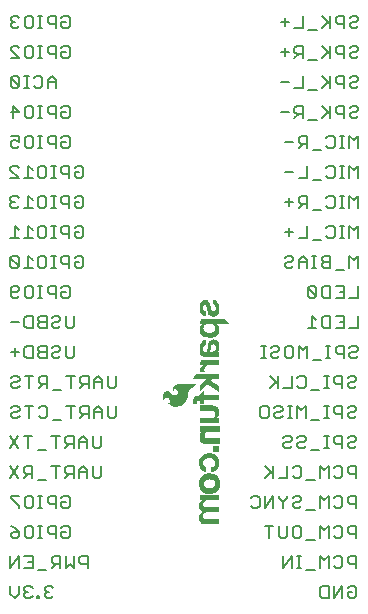
<source format=gbr>
G04 EAGLE Gerber RS-274X export*
G75*
%MOMM*%
%FSLAX34Y34*%
%LPD*%
%INSilkscreen Bottom*%
%IPPOS*%
%AMOC8*
5,1,8,0,0,1.08239X$1,22.5*%
G01*
%ADD10C,0.203200*%
%ADD11C,0.025400*%
%ADD12R,0.485100X0.495300*%

G36*
X171836Y169465D02*
X171836Y169465D01*
X171848Y169462D01*
X173755Y169750D01*
X173765Y169756D01*
X173777Y169756D01*
X175601Y170384D01*
X175610Y170391D01*
X175622Y170393D01*
X177303Y171340D01*
X177309Y171348D01*
X177320Y171351D01*
X178427Y172236D01*
X178431Y172244D01*
X178440Y172248D01*
X178467Y172276D01*
X178943Y172781D01*
X179412Y173279D01*
X179414Y173285D01*
X179416Y173286D01*
X179418Y173289D01*
X179423Y173293D01*
X180240Y174450D01*
X180242Y174460D01*
X180250Y174468D01*
X180850Y175698D01*
X180851Y175709D01*
X180859Y175719D01*
X181227Y177038D01*
X181225Y177049D01*
X181231Y177060D01*
X181355Y178424D01*
X181354Y178427D01*
X181354Y178428D01*
X181353Y178430D01*
X181355Y178435D01*
X181355Y180710D01*
X181420Y181078D01*
X181547Y181429D01*
X182136Y182419D01*
X182918Y183273D01*
X188400Y188145D01*
X188402Y188149D01*
X188407Y188151D01*
X188423Y188193D01*
X188442Y188234D01*
X188440Y188238D01*
X188442Y188243D01*
X188423Y188284D01*
X188408Y188326D01*
X188403Y188328D01*
X188401Y188332D01*
X188328Y188361D01*
X188317Y188365D01*
X188316Y188365D01*
X173152Y188365D01*
X173147Y188363D01*
X173141Y188365D01*
X172310Y188295D01*
X172299Y188289D01*
X172284Y188290D01*
X171485Y188050D01*
X171475Y188042D01*
X171461Y188040D01*
X170729Y187639D01*
X170721Y187629D01*
X170708Y187624D01*
X170158Y187154D01*
X170153Y187143D01*
X170141Y187136D01*
X169696Y186566D01*
X169693Y186554D01*
X169683Y186544D01*
X169362Y185896D01*
X169361Y185884D01*
X169353Y185872D01*
X169169Y185173D01*
X169171Y185162D01*
X169165Y185151D01*
X169092Y184211D01*
X169095Y184202D01*
X169092Y184191D01*
X169165Y183251D01*
X169167Y183247D01*
X169166Y183241D01*
X169242Y182758D01*
X169267Y182719D01*
X169288Y182679D01*
X169292Y182678D01*
X169294Y182675D01*
X169339Y182665D01*
X169383Y182653D01*
X169387Y182655D01*
X169391Y182654D01*
X169429Y182679D01*
X169468Y182703D01*
X169469Y182707D01*
X169473Y182709D01*
X169481Y182750D01*
X169493Y182790D01*
X169477Y182948D01*
X169505Y183086D01*
X169576Y183219D01*
X170175Y184043D01*
X170273Y184144D01*
X170289Y184161D01*
X170427Y184233D01*
X170842Y184326D01*
X171270Y184326D01*
X171686Y184233D01*
X172090Y184027D01*
X172418Y183714D01*
X172783Y183108D01*
X172990Y182430D01*
X173025Y181719D01*
X172928Y181109D01*
X172730Y180523D01*
X172437Y179980D01*
X172072Y179555D01*
X171612Y179240D01*
X171087Y179054D01*
X170531Y179011D01*
X169983Y179113D01*
X169480Y179353D01*
X169045Y179723D01*
X167504Y181176D01*
X167494Y181179D01*
X167488Y181188D01*
X165730Y182375D01*
X165717Y182377D01*
X165707Y182387D01*
X165019Y182667D01*
X165004Y182666D01*
X164989Y182675D01*
X164254Y182774D01*
X164239Y182770D01*
X164222Y182775D01*
X163485Y182688D01*
X163472Y182680D01*
X163454Y182680D01*
X162762Y182413D01*
X162751Y182402D01*
X162734Y182398D01*
X162131Y181967D01*
X162124Y181957D01*
X162112Y181951D01*
X161964Y181795D01*
X161964Y181794D01*
X161725Y181542D01*
X161487Y181290D01*
X161486Y181290D01*
X161454Y181255D01*
X161451Y181247D01*
X161443Y181242D01*
X160883Y180465D01*
X160880Y180455D01*
X160872Y180447D01*
X160484Y179667D01*
X160483Y179655D01*
X160475Y179644D01*
X160244Y178804D01*
X160245Y178792D01*
X160239Y178780D01*
X160173Y177912D01*
X160177Y177902D01*
X160173Y177890D01*
X160259Y176990D01*
X160263Y176981D01*
X160262Y176971D01*
X160482Y176093D01*
X160488Y176085D01*
X160489Y176073D01*
X160590Y175845D01*
X160742Y175489D01*
X160742Y175488D01*
X160963Y174984D01*
X160974Y174974D01*
X160979Y174957D01*
X161317Y174522D01*
X161324Y174519D01*
X161328Y174511D01*
X161353Y174486D01*
X161354Y174483D01*
X161446Y174448D01*
X161535Y174489D01*
X161568Y174574D01*
X161568Y175177D01*
X161626Y175688D01*
X161764Y176178D01*
X162019Y176659D01*
X162389Y177054D01*
X162849Y177340D01*
X163368Y177497D01*
X163671Y177509D01*
X163971Y177450D01*
X164465Y177244D01*
X164923Y176961D01*
X165333Y176610D01*
X165687Y176198D01*
X166338Y175296D01*
X166587Y174808D01*
X166685Y174279D01*
X166627Y173740D01*
X166562Y173566D01*
X166313Y173205D01*
X165974Y172931D01*
X165872Y172887D01*
X165751Y172871D01*
X164871Y172871D01*
X164830Y172854D01*
X164788Y172840D01*
X164786Y172835D01*
X164780Y172833D01*
X164764Y172792D01*
X164745Y172752D01*
X164747Y172746D01*
X164745Y172741D01*
X164757Y172714D01*
X164773Y172665D01*
X165694Y171539D01*
X165706Y171533D01*
X165713Y171521D01*
X166850Y170614D01*
X166861Y170611D01*
X166869Y170602D01*
X167803Y170100D01*
X167813Y170099D01*
X167821Y170093D01*
X168819Y169735D01*
X168828Y169735D01*
X168837Y169730D01*
X169876Y169523D01*
X169887Y169525D01*
X169897Y169521D01*
X171825Y169461D01*
X171836Y169465D01*
G37*
G36*
X201886Y227991D02*
X201886Y227991D01*
X201896Y227996D01*
X201908Y227994D01*
X203284Y228317D01*
X203293Y228324D01*
X203305Y228324D01*
X204605Y228880D01*
X204613Y228888D01*
X204624Y228890D01*
X205809Y229662D01*
X205815Y229671D01*
X205826Y229676D01*
X206533Y230333D01*
X206537Y230343D01*
X206547Y230349D01*
X207132Y231117D01*
X207134Y231128D01*
X207143Y231135D01*
X207589Y231991D01*
X207590Y232002D01*
X207598Y232011D01*
X207892Y232930D01*
X207891Y232940D01*
X207897Y232950D01*
X208086Y234162D01*
X208084Y234171D01*
X208087Y234180D01*
X208104Y235407D01*
X208101Y235415D01*
X208103Y235425D01*
X207948Y236642D01*
X207943Y236652D01*
X207943Y236664D01*
X207679Y237508D01*
X207671Y237518D01*
X207668Y237533D01*
X207231Y238302D01*
X207221Y238310D01*
X207216Y238324D01*
X206626Y238984D01*
X206614Y238990D01*
X206606Y239002D01*
X205890Y239522D01*
X205888Y239523D01*
X216992Y239523D01*
X217036Y239541D01*
X217080Y239558D01*
X217080Y239560D01*
X217083Y239561D01*
X217100Y239605D01*
X217118Y239649D01*
X217117Y239651D01*
X217118Y239653D01*
X217109Y239674D01*
X217086Y239734D01*
X213352Y243874D01*
X213346Y243876D01*
X213343Y243882D01*
X213283Y243906D01*
X213263Y243915D01*
X213260Y243914D01*
X213258Y243915D01*
X192684Y243915D01*
X192647Y243900D01*
X192608Y243890D01*
X192602Y243881D01*
X192593Y243877D01*
X192582Y243849D01*
X192560Y243813D01*
X191824Y239927D01*
X191827Y239912D01*
X191822Y239897D01*
X191837Y239865D01*
X191845Y239830D01*
X191858Y239822D01*
X191864Y239809D01*
X191903Y239794D01*
X191928Y239778D01*
X191939Y239781D01*
X191950Y239777D01*
X193867Y239801D01*
X193718Y239667D01*
X193717Y239666D01*
X193716Y239666D01*
X192751Y238777D01*
X192749Y238771D01*
X192742Y238767D01*
X192441Y238424D01*
X192437Y238413D01*
X192427Y238405D01*
X192194Y238011D01*
X192193Y238002D01*
X192186Y237994D01*
X191653Y236673D01*
X191653Y236662D01*
X191647Y236652D01*
X191545Y236170D01*
X191547Y236158D01*
X191542Y236146D01*
X191517Y234165D01*
X191521Y234154D01*
X191519Y234142D01*
X191702Y233057D01*
X191709Y233047D01*
X191709Y233033D01*
X192109Y232008D01*
X192117Y232001D01*
X192119Y231989D01*
X192660Y231087D01*
X192666Y231082D01*
X192669Y231073D01*
X193322Y230249D01*
X193332Y230243D01*
X193337Y230233D01*
X194227Y229441D01*
X194240Y229437D01*
X194249Y229425D01*
X195290Y228846D01*
X195302Y228844D01*
X195313Y228836D01*
X197426Y228162D01*
X197437Y228163D01*
X197448Y228157D01*
X199648Y227874D01*
X199659Y227877D01*
X199671Y227873D01*
X201886Y227991D01*
G37*
G36*
X207647Y69852D02*
X207647Y69852D01*
X207649Y69851D01*
X207692Y69871D01*
X207736Y69889D01*
X207736Y69891D01*
X207738Y69892D01*
X207771Y69977D01*
X207771Y74219D01*
X207770Y74221D01*
X207771Y74223D01*
X207751Y74266D01*
X207733Y74310D01*
X207731Y74310D01*
X207730Y74312D01*
X207645Y74345D01*
X197366Y74345D01*
X196486Y74452D01*
X195664Y74764D01*
X195281Y75025D01*
X194967Y75368D01*
X194741Y75774D01*
X194613Y76222D01*
X194545Y77126D01*
X194637Y78029D01*
X194763Y78439D01*
X194973Y78811D01*
X195259Y79129D01*
X195787Y79514D01*
X196382Y79787D01*
X197021Y79936D01*
X198124Y80011D01*
X207645Y80011D01*
X207647Y80012D01*
X207649Y80011D01*
X207692Y80031D01*
X207736Y80049D01*
X207736Y80051D01*
X207738Y80052D01*
X207771Y80137D01*
X207771Y84455D01*
X207770Y84457D01*
X207771Y84459D01*
X207751Y84502D01*
X207733Y84546D01*
X207731Y84546D01*
X207730Y84548D01*
X207645Y84581D01*
X197086Y84581D01*
X196423Y84661D01*
X195804Y84892D01*
X195257Y85262D01*
X194939Y85609D01*
X194706Y86018D01*
X194570Y86468D01*
X194539Y86945D01*
X194588Y87793D01*
X194670Y88233D01*
X194848Y88637D01*
X195114Y88992D01*
X196058Y89811D01*
X196596Y90095D01*
X197187Y90226D01*
X197809Y90196D01*
X197812Y90197D01*
X197815Y90196D01*
X207620Y90196D01*
X207622Y90197D01*
X207624Y90196D01*
X207667Y90216D01*
X207711Y90234D01*
X207711Y90236D01*
X207713Y90237D01*
X207746Y90322D01*
X207746Y94640D01*
X207745Y94642D01*
X207746Y94644D01*
X207726Y94687D01*
X207708Y94731D01*
X207706Y94731D01*
X207705Y94733D01*
X207620Y94766D01*
X191567Y94766D01*
X191565Y94765D01*
X191563Y94766D01*
X191520Y94746D01*
X191476Y94728D01*
X191476Y94726D01*
X191474Y94725D01*
X191441Y94640D01*
X191441Y90653D01*
X191442Y90651D01*
X191441Y90649D01*
X191461Y90606D01*
X191479Y90562D01*
X191481Y90562D01*
X191482Y90560D01*
X191567Y90527D01*
X193620Y90527D01*
X193613Y90496D01*
X193217Y90194D01*
X193214Y90188D01*
X193206Y90185D01*
X192419Y89423D01*
X192416Y89415D01*
X192409Y89411D01*
X191797Y88649D01*
X191793Y88635D01*
X191780Y88623D01*
X191376Y87733D01*
X191376Y87721D01*
X191368Y87710D01*
X191114Y86618D01*
X191116Y86609D01*
X191111Y86601D01*
X190984Y85229D01*
X190987Y85219D01*
X190984Y85208D01*
X191054Y84251D01*
X191059Y84241D01*
X191058Y84239D01*
X191059Y84237D01*
X191058Y84226D01*
X191319Y83303D01*
X191326Y83293D01*
X191328Y83280D01*
X191731Y82490D01*
X191740Y82482D01*
X191744Y82469D01*
X192290Y81771D01*
X192301Y81765D01*
X192307Y81753D01*
X192976Y81171D01*
X192988Y81168D01*
X192996Y81157D01*
X193654Y80777D01*
X193612Y80735D01*
X193131Y80280D01*
X193130Y80277D01*
X193127Y80276D01*
X192368Y79488D01*
X192365Y79479D01*
X192356Y79474D01*
X191718Y78585D01*
X191716Y78574D01*
X191708Y78566D01*
X191314Y77761D01*
X191314Y77749D01*
X191306Y77738D01*
X191074Y76873D01*
X191076Y76861D01*
X191070Y76849D01*
X191009Y75955D01*
X191012Y75946D01*
X191009Y75935D01*
X191116Y74656D01*
X191120Y74649D01*
X191118Y74642D01*
X191367Y73382D01*
X191373Y73373D01*
X191373Y73361D01*
X191699Y72495D01*
X191709Y72485D01*
X191712Y72470D01*
X192219Y71696D01*
X192231Y71689D01*
X192237Y71675D01*
X192901Y71029D01*
X192912Y71025D01*
X192915Y71020D01*
X192918Y71019D01*
X192922Y71013D01*
X193861Y70425D01*
X193874Y70423D01*
X193884Y70413D01*
X194923Y70027D01*
X194936Y70028D01*
X194948Y70021D01*
X196044Y69852D01*
X196053Y69855D01*
X196063Y69851D01*
X207645Y69851D01*
X207647Y69852D01*
G37*
G36*
X207648Y211213D02*
X207648Y211213D01*
X207674Y211214D01*
X207691Y211233D01*
X207713Y211243D01*
X207724Y211270D01*
X207740Y211288D01*
X207738Y211307D01*
X207746Y211328D01*
X207746Y215362D01*
X207749Y215398D01*
X207740Y215426D01*
X207736Y215466D01*
X207717Y215503D01*
X207695Y215522D01*
X207671Y215554D01*
X207635Y215576D01*
X207618Y215578D01*
X207602Y215590D01*
X207322Y215666D01*
X207319Y215665D01*
X207316Y215667D01*
X206287Y215894D01*
X206264Y215904D01*
X206258Y215910D01*
X206256Y215918D01*
X206257Y215927D01*
X206273Y215951D01*
X206976Y216778D01*
X206980Y216789D01*
X206990Y216798D01*
X207530Y217749D01*
X207531Y217760D01*
X207540Y217770D01*
X207892Y218805D01*
X207891Y218817D01*
X207897Y218827D01*
X208138Y220445D01*
X208135Y220455D01*
X208139Y220466D01*
X208101Y222101D01*
X208096Y222112D01*
X208098Y222126D01*
X207790Y223498D01*
X207782Y223509D01*
X207781Y223524D01*
X207175Y224793D01*
X207165Y224802D01*
X207161Y224816D01*
X206819Y225264D01*
X206809Y225270D01*
X206803Y225282D01*
X206383Y225659D01*
X206372Y225663D01*
X206364Y225673D01*
X205881Y225965D01*
X205870Y225967D01*
X205860Y225975D01*
X204867Y226348D01*
X204856Y226348D01*
X204845Y226354D01*
X203801Y226543D01*
X203790Y226540D01*
X203778Y226545D01*
X202717Y226542D01*
X202705Y226537D01*
X202690Y226539D01*
X201749Y226333D01*
X201737Y226324D01*
X201720Y226323D01*
X200858Y225894D01*
X200849Y225884D01*
X200834Y225879D01*
X200225Y225381D01*
X200219Y225370D01*
X200207Y225363D01*
X199709Y224753D01*
X199706Y224741D01*
X199695Y224732D01*
X199329Y224036D01*
X199328Y224025D01*
X199321Y224016D01*
X198837Y222531D01*
X198838Y222523D01*
X198833Y222514D01*
X198555Y220977D01*
X198556Y220973D01*
X198553Y220968D01*
X198325Y218762D01*
X198099Y217456D01*
X197934Y216987D01*
X197688Y216559D01*
X197427Y216275D01*
X197340Y216215D01*
X197243Y216173D01*
X196722Y216062D01*
X196191Y216062D01*
X195670Y216173D01*
X195356Y216312D01*
X195077Y216511D01*
X194843Y216764D01*
X194650Y217078D01*
X194522Y217424D01*
X194461Y217793D01*
X194411Y219148D01*
X194465Y219735D01*
X194630Y220296D01*
X194885Y220760D01*
X195241Y221150D01*
X195679Y221445D01*
X196174Y221629D01*
X196706Y221692D01*
X196748Y221692D01*
X196750Y221693D01*
X196752Y221692D01*
X196795Y221712D01*
X196839Y221730D01*
X196839Y221732D01*
X196841Y221733D01*
X196874Y221818D01*
X196874Y225959D01*
X196876Y225960D01*
X196886Y226002D01*
X196900Y226044D01*
X196897Y226050D01*
X196898Y226056D01*
X196882Y226081D01*
X196862Y226126D01*
X196836Y226151D01*
X196793Y226167D01*
X196744Y226186D01*
X196701Y226166D01*
X196658Y226147D01*
X195767Y226025D01*
X195756Y226019D01*
X195741Y226019D01*
X194800Y225685D01*
X194790Y225676D01*
X194776Y225673D01*
X193923Y225154D01*
X193915Y225143D01*
X193902Y225138D01*
X193172Y224455D01*
X193167Y224443D01*
X193155Y224435D01*
X192581Y223618D01*
X192578Y223606D01*
X192569Y223597D01*
X192040Y222439D01*
X192040Y222429D01*
X192033Y222420D01*
X191699Y221191D01*
X191700Y221182D01*
X191696Y221173D01*
X191482Y219433D01*
X191485Y219425D01*
X191482Y219417D01*
X191490Y217663D01*
X191493Y217656D01*
X191491Y217647D01*
X191721Y215908D01*
X191726Y215900D01*
X191725Y215889D01*
X192150Y214475D01*
X192158Y214466D01*
X192159Y214452D01*
X192853Y213149D01*
X192863Y213140D01*
X192868Y213126D01*
X193351Y212564D01*
X193365Y212557D01*
X193374Y212543D01*
X193979Y212116D01*
X193994Y212113D01*
X194006Y212101D01*
X194697Y211834D01*
X194712Y211835D01*
X194727Y211827D01*
X195463Y211736D01*
X195470Y211738D01*
X195478Y211735D01*
X200304Y211735D01*
X200306Y211736D01*
X200308Y211735D01*
X200323Y211742D01*
X200407Y211710D01*
X204745Y211735D01*
X206082Y211633D01*
X207377Y211284D01*
X207576Y211210D01*
X207601Y211211D01*
X207624Y211202D01*
X207648Y211213D01*
G37*
G36*
X207685Y181768D02*
X207685Y181768D01*
X207697Y181766D01*
X207728Y181788D01*
X207764Y181805D01*
X207768Y181816D01*
X207777Y181822D01*
X207782Y181852D01*
X207796Y181890D01*
X207771Y186970D01*
X207764Y186987D01*
X207766Y187005D01*
X207744Y187034D01*
X207732Y187060D01*
X207720Y187065D01*
X207710Y187077D01*
X200732Y191310D01*
X200938Y191522D01*
X201060Y191649D01*
X201183Y191775D01*
X201551Y192154D01*
X201674Y192280D01*
X201797Y192406D01*
X202165Y192785D01*
X202287Y192911D01*
X202339Y192965D01*
X207747Y192965D01*
X207749Y192966D01*
X207751Y192965D01*
X207794Y192985D01*
X207838Y193003D01*
X207838Y193005D01*
X207840Y193006D01*
X207873Y193091D01*
X207873Y197231D01*
X207872Y197234D01*
X207873Y197237D01*
X207836Y197320D01*
X207785Y197371D01*
X207782Y197373D01*
X207781Y197375D01*
X207696Y197408D01*
X188366Y197408D01*
X188347Y197400D01*
X188327Y197402D01*
X188300Y197381D01*
X188275Y197370D01*
X188270Y197356D01*
X188256Y197345D01*
X185894Y193205D01*
X185890Y193170D01*
X185878Y193138D01*
X185885Y193123D01*
X185883Y193107D01*
X185905Y193080D01*
X185919Y193049D01*
X185935Y193042D01*
X185945Y193030D01*
X185972Y193028D01*
X186004Y193016D01*
X197434Y193016D01*
X191960Y187541D01*
X191959Y187538D01*
X191956Y187537D01*
X191923Y187452D01*
X191923Y182778D01*
X191923Y182776D01*
X191923Y182775D01*
X191943Y182731D01*
X191961Y182687D01*
X191963Y182687D01*
X191964Y182685D01*
X192008Y182669D01*
X192053Y182652D01*
X192055Y182653D01*
X192056Y182652D01*
X192139Y182690D01*
X197705Y188381D01*
X207600Y181784D01*
X207638Y181777D01*
X207675Y181763D01*
X207685Y181768D01*
G37*
G36*
X207647Y155552D02*
X207647Y155552D01*
X207649Y155551D01*
X207692Y155571D01*
X207736Y155589D01*
X207736Y155591D01*
X207738Y155592D01*
X207771Y155677D01*
X207771Y159690D01*
X207770Y159692D01*
X207771Y159694D01*
X207751Y159737D01*
X207733Y159781D01*
X207731Y159781D01*
X207730Y159783D01*
X207645Y159816D01*
X205588Y159816D01*
X206229Y160323D01*
X206233Y160331D01*
X206242Y160335D01*
X206291Y160387D01*
X206411Y160513D01*
X206531Y160639D01*
X206650Y160765D01*
X206770Y160892D01*
X206890Y161018D01*
X207010Y161144D01*
X207027Y161162D01*
X207030Y161171D01*
X207038Y161176D01*
X207697Y162106D01*
X207699Y162115D01*
X207707Y162123D01*
X207830Y162368D01*
X207830Y162379D01*
X207837Y162388D01*
X207918Y162650D01*
X207917Y162659D01*
X207922Y162668D01*
X208146Y164146D01*
X208143Y164154D01*
X208147Y164162D01*
X208177Y165656D01*
X208173Y165666D01*
X208176Y165677D01*
X208029Y166710D01*
X208023Y166721D01*
X208023Y166734D01*
X207680Y167720D01*
X207672Y167729D01*
X207670Y167742D01*
X207144Y168644D01*
X207134Y168651D01*
X207129Y168664D01*
X206901Y168918D01*
X206890Y168924D01*
X206882Y168935D01*
X205997Y169596D01*
X205986Y169598D01*
X205977Y169608D01*
X204987Y170096D01*
X204975Y170096D01*
X204965Y170104D01*
X203902Y170404D01*
X203891Y170402D01*
X203879Y170408D01*
X202780Y170509D01*
X202774Y170507D01*
X202768Y170509D01*
X191973Y170509D01*
X191971Y170508D01*
X191969Y170509D01*
X191926Y170489D01*
X191882Y170471D01*
X191882Y170469D01*
X191880Y170468D01*
X191847Y170383D01*
X191847Y166243D01*
X191848Y166241D01*
X191847Y166239D01*
X191867Y166196D01*
X191885Y166152D01*
X191887Y166152D01*
X191888Y166150D01*
X191973Y166117D01*
X201970Y166117D01*
X202800Y165968D01*
X203568Y165625D01*
X203930Y165353D01*
X204231Y165012D01*
X204456Y164617D01*
X204679Y163928D01*
X204759Y163209D01*
X204692Y162488D01*
X204480Y161797D01*
X204192Y161287D01*
X203795Y160856D01*
X203310Y160529D01*
X202760Y160320D01*
X201556Y160095D01*
X200326Y160019D01*
X192024Y160019D01*
X192022Y160018D01*
X192020Y160019D01*
X191977Y159999D01*
X191933Y159981D01*
X191933Y159979D01*
X191931Y159978D01*
X191898Y159893D01*
X191898Y155677D01*
X191899Y155675D01*
X191898Y155673D01*
X191918Y155630D01*
X191936Y155586D01*
X191938Y155586D01*
X191939Y155584D01*
X192024Y155551D01*
X207645Y155551D01*
X207647Y155552D01*
G37*
G36*
X207622Y138407D02*
X207622Y138407D01*
X207624Y138406D01*
X207667Y138426D01*
X207711Y138444D01*
X207711Y138446D01*
X207713Y138447D01*
X207746Y138532D01*
X207746Y142621D01*
X207745Y142623D01*
X207746Y142625D01*
X207726Y142668D01*
X207708Y142712D01*
X207706Y142712D01*
X207705Y142714D01*
X207620Y142747D01*
X197974Y142747D01*
X197256Y142812D01*
X196568Y143003D01*
X195926Y143313D01*
X195539Y143609D01*
X195230Y143983D01*
X195013Y144418D01*
X194936Y144718D01*
X194919Y145034D01*
X194969Y146139D01*
X195056Y146695D01*
X195260Y147211D01*
X195574Y147668D01*
X196143Y148185D01*
X196822Y148548D01*
X197572Y148765D01*
X198355Y148845D01*
X207721Y148845D01*
X207723Y148846D01*
X207725Y148845D01*
X207768Y148865D01*
X207812Y148883D01*
X207812Y148885D01*
X207814Y148886D01*
X207847Y148971D01*
X207847Y153187D01*
X207846Y153189D01*
X207847Y153191D01*
X207827Y153234D01*
X207809Y153278D01*
X207807Y153278D01*
X207806Y153280D01*
X207721Y153313D01*
X191999Y153313D01*
X191997Y153312D01*
X191995Y153313D01*
X191952Y153293D01*
X191908Y153275D01*
X191908Y153273D01*
X191906Y153272D01*
X191873Y153187D01*
X191873Y149149D01*
X191874Y149147D01*
X191873Y149145D01*
X191893Y149102D01*
X191911Y149058D01*
X191913Y149058D01*
X191914Y149056D01*
X191999Y149023D01*
X194067Y149023D01*
X194038Y148981D01*
X193902Y148867D01*
X193524Y148590D01*
X193522Y148586D01*
X193517Y148584D01*
X193044Y148182D01*
X193040Y148175D01*
X193032Y148171D01*
X192616Y147710D01*
X192613Y147700D01*
X192603Y147692D01*
X192036Y146794D01*
X192033Y146781D01*
X192024Y146770D01*
X191655Y145774D01*
X191655Y145761D01*
X191648Y145748D01*
X191493Y144696D01*
X191496Y144686D01*
X191492Y144675D01*
X191500Y144336D01*
X191500Y144335D01*
X191522Y143452D01*
X191532Y143073D01*
X191542Y142669D01*
X191546Y142659D01*
X191544Y142646D01*
X191750Y141669D01*
X191758Y141657D01*
X191759Y141641D01*
X192181Y140736D01*
X192192Y140727D01*
X192196Y140712D01*
X192814Y139927D01*
X192825Y139921D01*
X192831Y139909D01*
X193406Y139420D01*
X193417Y139417D01*
X193424Y139407D01*
X194073Y139023D01*
X194084Y139021D01*
X194093Y139013D01*
X194798Y138744D01*
X194807Y138744D01*
X194816Y138739D01*
X195923Y138499D01*
X195932Y138501D01*
X195940Y138497D01*
X197069Y138406D01*
X197074Y138408D01*
X197079Y138406D01*
X207620Y138406D01*
X207622Y138407D01*
G37*
G36*
X201234Y96598D02*
X201234Y96598D01*
X201242Y96602D01*
X201253Y96601D01*
X203717Y97287D01*
X203731Y97298D01*
X203750Y97302D01*
X205045Y98115D01*
X205054Y98127D01*
X205069Y98135D01*
X206212Y99329D01*
X206216Y99338D01*
X206224Y99343D01*
X207011Y100460D01*
X207015Y100477D01*
X207027Y100492D01*
X207662Y102346D01*
X207661Y102360D01*
X207669Y102374D01*
X207923Y104889D01*
X207918Y104903D01*
X207922Y104919D01*
X207516Y107916D01*
X207504Y107937D01*
X207498Y107966D01*
X205720Y110811D01*
X205708Y110820D01*
X205703Y110829D01*
X205694Y110832D01*
X205681Y110850D01*
X203192Y112450D01*
X203169Y112454D01*
X203144Y112469D01*
X199258Y113079D01*
X199236Y113073D01*
X199210Y113077D01*
X195654Y112264D01*
X195633Y112249D01*
X195604Y112240D01*
X192886Y110106D01*
X192874Y110084D01*
X192851Y110063D01*
X191174Y106685D01*
X191173Y106665D01*
X191162Y106644D01*
X190985Y105171D01*
X190987Y105164D01*
X190984Y105156D01*
X190984Y105105D01*
X190992Y105085D01*
X190993Y105059D01*
X191043Y104932D01*
X191063Y104911D01*
X191075Y104885D01*
X191097Y104876D01*
X191112Y104861D01*
X191135Y104862D01*
X191160Y104852D01*
X194081Y104852D01*
X194121Y104869D01*
X194162Y104881D01*
X194166Y104888D01*
X194172Y104890D01*
X194183Y104918D01*
X194206Y104961D01*
X194356Y106056D01*
X194991Y107204D01*
X196075Y107992D01*
X196964Y108388D01*
X198438Y108662D01*
X200297Y108713D01*
X201546Y108538D01*
X202694Y108163D01*
X203721Y107625D01*
X204729Y105977D01*
X204951Y104229D01*
X204359Y102478D01*
X203378Y101399D01*
X202168Y100856D01*
X200620Y100481D01*
X199195Y100481D01*
X197266Y100732D01*
X195654Y101476D01*
X194845Y102310D01*
X194332Y103263D01*
X194233Y104450D01*
X194233Y104546D01*
X194232Y104549D01*
X194233Y104552D01*
X194213Y104594D01*
X194195Y104637D01*
X194192Y104638D01*
X194190Y104641D01*
X194105Y104672D01*
X194103Y104672D01*
X191133Y104622D01*
X191124Y104618D01*
X191115Y104621D01*
X191080Y104599D01*
X191043Y104582D01*
X191040Y104574D01*
X191032Y104569D01*
X191019Y104517D01*
X191009Y104490D01*
X191011Y104485D01*
X191010Y104480D01*
X191264Y102473D01*
X191270Y102462D01*
X191270Y102448D01*
X191829Y100822D01*
X191840Y100810D01*
X191844Y100791D01*
X193215Y98810D01*
X193228Y98802D01*
X193237Y98786D01*
X194507Y97694D01*
X194523Y97689D01*
X194538Y97675D01*
X196875Y96634D01*
X196892Y96633D01*
X196910Y96624D01*
X199095Y96344D01*
X199110Y96348D01*
X199126Y96344D01*
X201234Y96598D01*
G37*
G36*
X203844Y245822D02*
X203844Y245822D01*
X203852Y245826D01*
X203862Y245825D01*
X204526Y245968D01*
X204536Y245974D01*
X204549Y245975D01*
X205174Y246241D01*
X205183Y246249D01*
X205195Y246252D01*
X205759Y246631D01*
X205766Y246641D01*
X205777Y246646D01*
X206520Y247372D01*
X206524Y247382D01*
X206535Y247388D01*
X207141Y248232D01*
X207143Y248242D01*
X207152Y248251D01*
X207603Y249186D01*
X207604Y249197D01*
X207611Y249207D01*
X207894Y250207D01*
X207892Y250215D01*
X207897Y250224D01*
X208079Y251538D01*
X208078Y251545D01*
X208080Y251551D01*
X208127Y252878D01*
X208125Y252884D01*
X208127Y252891D01*
X207949Y255457D01*
X207944Y255466D01*
X207946Y255476D01*
X207734Y256397D01*
X207726Y256408D01*
X207725Y256422D01*
X207328Y257279D01*
X207321Y257285D01*
X207319Y257294D01*
X206557Y258488D01*
X206551Y258493D01*
X206548Y258501D01*
X206117Y259016D01*
X206106Y259021D01*
X206100Y259033D01*
X205576Y259453D01*
X205565Y259457D01*
X205556Y259467D01*
X204960Y259776D01*
X204951Y259777D01*
X204943Y259784D01*
X203673Y260216D01*
X203663Y260215D01*
X203654Y260220D01*
X203070Y260322D01*
X203063Y260321D01*
X203057Y260324D01*
X202701Y260349D01*
X202694Y260347D01*
X202688Y260349D01*
X202662Y260337D01*
X202632Y260334D01*
X202631Y260333D01*
X202630Y260333D01*
X202621Y260322D01*
X202608Y260317D01*
X202605Y260311D01*
X202599Y260308D01*
X202587Y260278D01*
X202571Y260258D01*
X202571Y260256D01*
X202570Y260255D01*
X202571Y260240D01*
X202566Y260228D01*
X202567Y260226D01*
X202566Y260223D01*
X202566Y256362D01*
X202567Y256360D01*
X202566Y256358D01*
X202586Y256315D01*
X202604Y256271D01*
X202606Y256271D01*
X202607Y256269D01*
X202692Y256236D01*
X202739Y256236D01*
X203236Y256207D01*
X203698Y256061D01*
X204112Y255805D01*
X204555Y255363D01*
X204892Y254836D01*
X205109Y254249D01*
X205182Y253687D01*
X205182Y252357D01*
X205108Y251754D01*
X204911Y251187D01*
X204599Y250674D01*
X204509Y250583D01*
X204384Y250457D01*
X204315Y250387D01*
X203970Y250178D01*
X203585Y250061D01*
X203181Y250044D01*
X202786Y250129D01*
X202424Y250310D01*
X202120Y250575D01*
X201889Y250911D01*
X201419Y252018D01*
X201113Y253191D01*
X200250Y256823D01*
X200245Y256830D01*
X200245Y256839D01*
X199939Y257647D01*
X199933Y257654D01*
X199931Y257664D01*
X199504Y258415D01*
X199497Y258421D01*
X199493Y258431D01*
X198956Y259108D01*
X198946Y259113D01*
X198940Y259124D01*
X198555Y259461D01*
X198542Y259465D01*
X198533Y259476D01*
X198086Y259725D01*
X198073Y259726D01*
X198062Y259735D01*
X197573Y259887D01*
X197561Y259885D01*
X197548Y259892D01*
X196412Y259997D01*
X196399Y259994D01*
X196386Y259997D01*
X195252Y259868D01*
X195241Y259862D01*
X195227Y259863D01*
X194143Y259505D01*
X194134Y259497D01*
X194120Y259495D01*
X193598Y259196D01*
X193591Y259186D01*
X193578Y259181D01*
X193123Y258787D01*
X193118Y258776D01*
X193107Y258769D01*
X192737Y258293D01*
X192734Y258282D01*
X192725Y258273D01*
X192071Y256992D01*
X192070Y256981D01*
X192063Y256971D01*
X191652Y255593D01*
X191653Y255582D01*
X191647Y255570D01*
X191492Y254141D01*
X191494Y254134D01*
X191492Y254127D01*
X191492Y252324D01*
X191494Y252318D01*
X191492Y252311D01*
X191632Y250918D01*
X191637Y250909D01*
X191636Y250898D01*
X192004Y249547D01*
X192012Y249538D01*
X192013Y249524D01*
X192551Y248427D01*
X192561Y248418D01*
X192565Y248404D01*
X193322Y247445D01*
X193332Y247439D01*
X193338Y247428D01*
X193733Y247080D01*
X193742Y247077D01*
X193748Y247068D01*
X194190Y246782D01*
X194200Y246780D01*
X194207Y246773D01*
X194995Y246417D01*
X195000Y246417D01*
X195004Y246413D01*
X195562Y246210D01*
X195596Y246212D01*
X195630Y246205D01*
X195644Y246214D01*
X195656Y246205D01*
X195662Y246207D01*
X195669Y246203D01*
X196380Y246127D01*
X196388Y246130D01*
X196397Y246127D01*
X196434Y246144D01*
X196474Y246156D01*
X196478Y246164D01*
X196486Y246168D01*
X196506Y246218D01*
X196519Y246244D01*
X196517Y246248D01*
X196519Y246253D01*
X196519Y250139D01*
X196501Y250183D01*
X196483Y250227D01*
X196482Y250228D01*
X196481Y250230D01*
X196462Y250237D01*
X196401Y250265D01*
X196141Y250281D01*
X195898Y250336D01*
X195546Y250486D01*
X195233Y250704D01*
X194969Y250980D01*
X194698Y251402D01*
X194509Y251869D01*
X194411Y252365D01*
X194367Y253213D01*
X194411Y254061D01*
X194496Y254510D01*
X194653Y254934D01*
X194848Y255235D01*
X195116Y255468D01*
X195458Y255623D01*
X195830Y255671D01*
X196199Y255606D01*
X196560Y255422D01*
X196853Y255139D01*
X197269Y254464D01*
X197541Y253712D01*
X197945Y251689D01*
X197946Y251688D01*
X197946Y251687D01*
X198327Y249964D01*
X198332Y249957D01*
X198332Y249948D01*
X198942Y248292D01*
X198948Y248286D01*
X198949Y248276D01*
X199354Y247520D01*
X199361Y247514D01*
X199364Y247505D01*
X199872Y246813D01*
X199882Y246808D01*
X199887Y246796D01*
X200237Y246464D01*
X200249Y246459D01*
X200258Y246448D01*
X200670Y246196D01*
X200684Y246194D01*
X200696Y246184D01*
X201699Y245847D01*
X201714Y245848D01*
X201728Y245840D01*
X202783Y245746D01*
X202792Y245749D01*
X202803Y245746D01*
X203844Y245822D01*
G37*
G36*
X201705Y114150D02*
X201705Y114150D01*
X201709Y114149D01*
X202184Y114181D01*
X202191Y114185D01*
X202201Y114183D01*
X202666Y114278D01*
X202675Y114284D01*
X202687Y114284D01*
X204078Y114826D01*
X204087Y114835D01*
X204101Y114838D01*
X205352Y115653D01*
X205359Y115664D01*
X205372Y115669D01*
X206430Y116722D01*
X206435Y116734D01*
X206447Y116743D01*
X207267Y117990D01*
X207270Y118001D01*
X207278Y118010D01*
X207740Y119103D01*
X207740Y119113D01*
X207746Y119122D01*
X208028Y120275D01*
X208027Y120285D01*
X208031Y120295D01*
X208127Y121478D01*
X208124Y121486D01*
X208127Y121496D01*
X208028Y123082D01*
X208025Y123089D01*
X208026Y123097D01*
X207744Y124660D01*
X207739Y124668D01*
X207740Y124678D01*
X207385Y125748D01*
X207379Y125756D01*
X207377Y125767D01*
X206851Y126764D01*
X206843Y126771D01*
X206839Y126782D01*
X206155Y127678D01*
X206146Y127683D01*
X206141Y127694D01*
X205318Y128464D01*
X205309Y128468D01*
X205302Y128477D01*
X204286Y129159D01*
X204276Y129161D01*
X204268Y129169D01*
X203158Y129683D01*
X203148Y129684D01*
X203139Y129690D01*
X201961Y130024D01*
X201951Y130023D01*
X201942Y130028D01*
X200726Y130173D01*
X200717Y130171D01*
X200707Y130174D01*
X198218Y130098D01*
X198209Y130094D01*
X198197Y130096D01*
X196707Y129798D01*
X196697Y129791D01*
X196684Y129791D01*
X195278Y129214D01*
X195270Y129206D01*
X195257Y129203D01*
X193986Y128369D01*
X193980Y128359D01*
X193968Y128354D01*
X192880Y127293D01*
X192875Y127282D01*
X192864Y127274D01*
X191999Y126025D01*
X191996Y126013D01*
X191987Y126004D01*
X191375Y124613D01*
X191375Y124601D01*
X191368Y124589D01*
X191035Y123083D01*
X191038Y123071D01*
X191032Y123058D01*
X191009Y121516D01*
X191012Y121507D01*
X191010Y121498D01*
X191199Y120063D01*
X191202Y120058D01*
X191201Y120052D01*
X191520Y118641D01*
X191526Y118633D01*
X191526Y118623D01*
X191983Y117466D01*
X191993Y117456D01*
X191996Y117442D01*
X192693Y116411D01*
X192704Y116404D01*
X192711Y116390D01*
X193614Y115535D01*
X193626Y115530D01*
X193636Y115518D01*
X194702Y114878D01*
X194714Y114876D01*
X194723Y114868D01*
X195878Y114443D01*
X195888Y114443D01*
X195897Y114438D01*
X197105Y114201D01*
X197119Y114204D01*
X197133Y114199D01*
X197166Y114214D01*
X197201Y114221D01*
X197209Y114234D01*
X197222Y114240D01*
X197238Y114279D01*
X197254Y114305D01*
X197251Y114315D01*
X197255Y114325D01*
X197255Y118516D01*
X197254Y118518D01*
X197255Y118520D01*
X197235Y118563D01*
X197217Y118607D01*
X197215Y118607D01*
X197214Y118609D01*
X197129Y118642D01*
X197111Y118642D01*
X196532Y118709D01*
X195990Y118902D01*
X195505Y119213D01*
X195104Y119626D01*
X194806Y120119D01*
X194545Y120911D01*
X194462Y121743D01*
X194528Y122583D01*
X194709Y123404D01*
X194895Y123818D01*
X195185Y124165D01*
X196096Y124852D01*
X197121Y125357D01*
X198224Y125662D01*
X199365Y125755D01*
X200925Y125626D01*
X202449Y125280D01*
X203166Y124965D01*
X203785Y124490D01*
X204274Y123882D01*
X204604Y123174D01*
X204785Y122395D01*
X204826Y121595D01*
X204753Y121004D01*
X204580Y120435D01*
X204312Y119905D01*
X203967Y119462D01*
X203535Y119104D01*
X202945Y118783D01*
X202308Y118568D01*
X201632Y118464D01*
X201596Y118442D01*
X201558Y118424D01*
X201555Y118416D01*
X201548Y118412D01*
X201542Y118382D01*
X201525Y118339D01*
X201525Y114275D01*
X201526Y114273D01*
X201525Y114271D01*
X201545Y114228D01*
X201563Y114184D01*
X201565Y114184D01*
X201566Y114182D01*
X201651Y114149D01*
X201701Y114149D01*
X201705Y114150D01*
G37*
G36*
X189156Y171452D02*
X189156Y171452D01*
X189158Y171451D01*
X189201Y171471D01*
X189245Y171489D01*
X189245Y171491D01*
X189247Y171492D01*
X189280Y171577D01*
X189280Y171653D01*
X189278Y171658D01*
X189280Y171665D01*
X189254Y171945D01*
X189169Y172860D01*
X189252Y173760D01*
X189349Y174042D01*
X189519Y174282D01*
X189751Y174464D01*
X190174Y174639D01*
X190636Y174702D01*
X191898Y174702D01*
X191898Y171856D01*
X191899Y171854D01*
X191898Y171852D01*
X191918Y171809D01*
X191936Y171765D01*
X191938Y171765D01*
X191939Y171763D01*
X192024Y171730D01*
X194691Y171730D01*
X194693Y171731D01*
X194695Y171730D01*
X194738Y171750D01*
X194782Y171768D01*
X194782Y171770D01*
X194784Y171771D01*
X194817Y171856D01*
X194817Y174728D01*
X207721Y174728D01*
X207723Y174729D01*
X207725Y174728D01*
X207768Y174748D01*
X207812Y174766D01*
X207812Y174768D01*
X207814Y174769D01*
X207847Y174854D01*
X207847Y179019D01*
X207846Y179021D01*
X207847Y179023D01*
X207827Y179066D01*
X207809Y179110D01*
X207807Y179110D01*
X207806Y179112D01*
X207721Y179145D01*
X194841Y179145D01*
X194817Y183008D01*
X194817Y183009D01*
X194797Y183054D01*
X194778Y183098D01*
X194777Y183099D01*
X194732Y183116D01*
X194686Y183133D01*
X194685Y183133D01*
X194602Y183096D01*
X191935Y180429D01*
X191934Y180426D01*
X191931Y180425D01*
X191898Y180340D01*
X191898Y179094D01*
X191567Y179094D01*
X191562Y179092D01*
X191557Y179094D01*
X189423Y178917D01*
X189413Y178912D01*
X189401Y178913D01*
X188834Y178765D01*
X188825Y178758D01*
X188813Y178757D01*
X188282Y178509D01*
X188274Y178500D01*
X188262Y178497D01*
X187785Y178157D01*
X187779Y178147D01*
X187767Y178141D01*
X187057Y177398D01*
X187053Y177387D01*
X187042Y177379D01*
X186492Y176511D01*
X186490Y176499D01*
X186481Y176489D01*
X186112Y175531D01*
X186112Y175518D01*
X186105Y175507D01*
X185931Y174494D01*
X185933Y174484D01*
X185930Y174477D01*
X185929Y174473D01*
X185929Y172923D01*
X185930Y172920D01*
X185929Y172916D01*
X186005Y171599D01*
X186005Y171577D01*
X186006Y171575D01*
X186005Y171573D01*
X186025Y171530D01*
X186043Y171486D01*
X186045Y171486D01*
X186046Y171484D01*
X186131Y171451D01*
X189154Y171451D01*
X189156Y171452D01*
G37*
G36*
X195582Y199036D02*
X195582Y199036D01*
X195584Y199035D01*
X195627Y199055D01*
X195671Y199073D01*
X195671Y199075D01*
X195673Y199076D01*
X195706Y199161D01*
X195706Y199187D01*
X195702Y199196D01*
X195705Y199208D01*
X195680Y199360D01*
X195678Y199362D01*
X195679Y199365D01*
X195554Y199962D01*
X195554Y201487D01*
X195646Y202029D01*
X195827Y202547D01*
X196091Y203026D01*
X196651Y203693D01*
X197343Y204218D01*
X198136Y204579D01*
X198955Y204779D01*
X199801Y204852D01*
X207620Y204852D01*
X207622Y204853D01*
X207624Y204852D01*
X207667Y204872D01*
X207711Y204890D01*
X207711Y204892D01*
X207713Y204893D01*
X207746Y204978D01*
X207746Y209144D01*
X207745Y209146D01*
X207746Y209148D01*
X207726Y209191D01*
X207708Y209235D01*
X207706Y209236D01*
X207705Y209238D01*
X207620Y209270D01*
X192735Y209244D01*
X192697Y209228D01*
X192658Y209218D01*
X192653Y209209D01*
X192644Y209206D01*
X192633Y209177D01*
X192611Y209140D01*
X191925Y205279D01*
X191928Y205266D01*
X191923Y205253D01*
X191938Y205219D01*
X191947Y205183D01*
X191958Y205176D01*
X191964Y205164D01*
X192005Y205148D01*
X192031Y205132D01*
X192040Y205134D01*
X192049Y205131D01*
X194829Y205131D01*
X194814Y205084D01*
X194546Y204905D01*
X193504Y204219D01*
X193500Y204214D01*
X193493Y204211D01*
X193110Y203895D01*
X193103Y203882D01*
X193090Y203874D01*
X192788Y203480D01*
X192787Y203475D01*
X192783Y203472D01*
X192198Y202583D01*
X192197Y202580D01*
X192194Y202577D01*
X191841Y201966D01*
X191839Y201954D01*
X191830Y201943D01*
X191607Y201273D01*
X191608Y201261D01*
X191602Y201249D01*
X191518Y200548D01*
X191521Y200538D01*
X191517Y200526D01*
X191593Y199154D01*
X191614Y199111D01*
X191634Y199068D01*
X191636Y199067D01*
X191636Y199066D01*
X191654Y199060D01*
X191719Y199035D01*
X195580Y199035D01*
X195582Y199036D01*
G37*
%LPC*%
G36*
X198488Y232257D02*
X198488Y232257D01*
X197518Y232448D01*
X196619Y232851D01*
X195833Y233448D01*
X195203Y234207D01*
X194943Y234707D01*
X194787Y235249D01*
X194742Y235816D01*
X194792Y236891D01*
X194866Y237263D01*
X195028Y237601D01*
X195584Y238314D01*
X196264Y238911D01*
X196971Y239324D01*
X197745Y239591D01*
X198560Y239701D01*
X201106Y239675D01*
X201875Y239551D01*
X202550Y239326D01*
X202562Y239327D01*
X202574Y239321D01*
X202611Y239316D01*
X202639Y239324D01*
X202649Y239324D01*
X202662Y239296D01*
X202682Y239252D01*
X202683Y239252D01*
X202683Y239251D01*
X202768Y239218D01*
X202806Y239218D01*
X202865Y239206D01*
X202925Y239164D01*
X202926Y239164D01*
X202927Y239163D01*
X203003Y239112D01*
X203009Y239111D01*
X203014Y239106D01*
X203578Y238806D01*
X204047Y238394D01*
X204410Y237885D01*
X204700Y237208D01*
X204852Y236486D01*
X204858Y235575D01*
X204679Y234684D01*
X204341Y233945D01*
X203825Y233319D01*
X203167Y232847D01*
X202406Y232558D01*
X200459Y232254D01*
X198488Y232257D01*
G37*
%LPD*%
%LPC*%
G36*
X200304Y216051D02*
X200304Y216051D01*
X200012Y216051D01*
X200139Y216193D01*
X200144Y216208D01*
X200157Y216219D01*
X200264Y216426D01*
X200265Y216438D01*
X200273Y216448D01*
X200561Y217412D01*
X200560Y217420D01*
X200564Y217427D01*
X200733Y218419D01*
X200733Y218423D01*
X200735Y218427D01*
X200887Y219870D01*
X200992Y220420D01*
X201189Y220938D01*
X201473Y221412D01*
X201717Y221680D01*
X202015Y221884D01*
X202557Y222104D01*
X203133Y222211D01*
X203717Y222200D01*
X204025Y222129D01*
X204310Y221994D01*
X204560Y221803D01*
X204857Y221441D01*
X205060Y221020D01*
X205157Y220559D01*
X205207Y219031D01*
X205058Y217989D01*
X204936Y217667D01*
X204751Y217376D01*
X204360Y216971D01*
X204116Y216718D01*
X204032Y216632D01*
X203813Y216482D01*
X203564Y216375D01*
X203399Y216328D01*
X202329Y216121D01*
X201240Y216051D01*
X200406Y216051D01*
X200404Y216050D01*
X200402Y216051D01*
X200359Y216031D01*
X200357Y216031D01*
X200304Y216051D01*
G37*
%LPD*%
D10*
X318570Y498864D02*
X320349Y500643D01*
X323908Y500643D01*
X325688Y498864D01*
X325688Y497084D01*
X323908Y495305D01*
X320349Y495305D01*
X318570Y493525D01*
X318570Y491746D01*
X320349Y489966D01*
X323908Y489966D01*
X325688Y491746D01*
X313994Y489966D02*
X313994Y500643D01*
X308655Y500643D01*
X306876Y498864D01*
X306876Y495305D01*
X308655Y493525D01*
X313994Y493525D01*
X302300Y489966D02*
X302300Y500643D01*
X302300Y493525D02*
X295182Y500643D01*
X300521Y495305D02*
X295182Y489966D01*
X290606Y488187D02*
X283488Y488187D01*
X278912Y489966D02*
X278912Y500643D01*
X278912Y489966D02*
X271794Y489966D01*
X267218Y495305D02*
X260100Y495305D01*
X263659Y498864D02*
X263659Y491746D01*
X318570Y473464D02*
X320349Y475243D01*
X323908Y475243D01*
X325688Y473464D01*
X325688Y471684D01*
X323908Y469905D01*
X320349Y469905D01*
X318570Y468125D01*
X318570Y466346D01*
X320349Y464566D01*
X323908Y464566D01*
X325688Y466346D01*
X313994Y464566D02*
X313994Y475243D01*
X308655Y475243D01*
X306876Y473464D01*
X306876Y469905D01*
X308655Y468125D01*
X313994Y468125D01*
X302300Y464566D02*
X302300Y475243D01*
X302300Y468125D02*
X295182Y475243D01*
X300521Y469905D02*
X295182Y464566D01*
X290606Y462787D02*
X283488Y462787D01*
X278912Y464566D02*
X278912Y475243D01*
X273574Y475243D01*
X271794Y473464D01*
X271794Y469905D01*
X273574Y468125D01*
X278912Y468125D01*
X275353Y468125D02*
X271794Y464566D01*
X267218Y469905D02*
X260100Y469905D01*
X263659Y473464D02*
X263659Y466346D01*
X318570Y448064D02*
X320349Y449843D01*
X323908Y449843D01*
X325688Y448064D01*
X325688Y446284D01*
X323908Y444505D01*
X320349Y444505D01*
X318570Y442725D01*
X318570Y440946D01*
X320349Y439166D01*
X323908Y439166D01*
X325688Y440946D01*
X313994Y439166D02*
X313994Y449843D01*
X308655Y449843D01*
X306876Y448064D01*
X306876Y444505D01*
X308655Y442725D01*
X313994Y442725D01*
X302300Y439166D02*
X302300Y449843D01*
X302300Y442725D02*
X295182Y449843D01*
X300521Y444505D02*
X295182Y439166D01*
X290606Y437387D02*
X283488Y437387D01*
X278912Y439166D02*
X278912Y449843D01*
X278912Y439166D02*
X271794Y439166D01*
X267218Y444505D02*
X260100Y444505D01*
X318570Y422664D02*
X320349Y424443D01*
X323908Y424443D01*
X325688Y422664D01*
X325688Y420884D01*
X323908Y419105D01*
X320349Y419105D01*
X318570Y417325D01*
X318570Y415546D01*
X320349Y413766D01*
X323908Y413766D01*
X325688Y415546D01*
X313994Y413766D02*
X313994Y424443D01*
X308655Y424443D01*
X306876Y422664D01*
X306876Y419105D01*
X308655Y417325D01*
X313994Y417325D01*
X302300Y413766D02*
X302300Y424443D01*
X302300Y417325D02*
X295182Y424443D01*
X300521Y419105D02*
X295182Y413766D01*
X290606Y411987D02*
X283488Y411987D01*
X278912Y413766D02*
X278912Y424443D01*
X273574Y424443D01*
X271794Y422664D01*
X271794Y419105D01*
X273574Y417325D01*
X278912Y417325D01*
X275353Y417325D02*
X271794Y413766D01*
X267218Y419105D02*
X260100Y419105D01*
X325374Y399043D02*
X325374Y388366D01*
X321815Y395484D02*
X325374Y399043D01*
X321815Y395484D02*
X318256Y399043D01*
X318256Y388366D01*
X313680Y388366D02*
X310121Y388366D01*
X311901Y388366D02*
X311901Y399043D01*
X313680Y399043D02*
X310121Y399043D01*
X300546Y399043D02*
X298766Y397264D01*
X300546Y399043D02*
X304105Y399043D01*
X305884Y397264D01*
X305884Y390146D01*
X304105Y388366D01*
X300546Y388366D01*
X298766Y390146D01*
X294190Y386587D02*
X287072Y386587D01*
X282496Y388366D02*
X282496Y399043D01*
X277158Y399043D01*
X275378Y397264D01*
X275378Y393705D01*
X277158Y391925D01*
X282496Y391925D01*
X278937Y391925D02*
X275378Y388366D01*
X270802Y393705D02*
X263684Y393705D01*
X325374Y373643D02*
X325374Y362966D01*
X321815Y370084D02*
X325374Y373643D01*
X321815Y370084D02*
X318256Y373643D01*
X318256Y362966D01*
X313680Y362966D02*
X310121Y362966D01*
X311901Y362966D02*
X311901Y373643D01*
X313680Y373643D02*
X310121Y373643D01*
X300546Y373643D02*
X298766Y371864D01*
X300546Y373643D02*
X304105Y373643D01*
X305884Y371864D01*
X305884Y364746D01*
X304105Y362966D01*
X300546Y362966D01*
X298766Y364746D01*
X294190Y361187D02*
X287072Y361187D01*
X282496Y362966D02*
X282496Y373643D01*
X282496Y362966D02*
X275378Y362966D01*
X270802Y368305D02*
X263684Y368305D01*
X325374Y348243D02*
X325374Y337566D01*
X321815Y344684D02*
X325374Y348243D01*
X321815Y344684D02*
X318256Y348243D01*
X318256Y337566D01*
X313680Y337566D02*
X310121Y337566D01*
X311901Y337566D02*
X311901Y348243D01*
X313680Y348243D02*
X310121Y348243D01*
X300546Y348243D02*
X298766Y346464D01*
X300546Y348243D02*
X304105Y348243D01*
X305884Y346464D01*
X305884Y339346D01*
X304105Y337566D01*
X300546Y337566D01*
X298766Y339346D01*
X294190Y335787D02*
X287072Y335787D01*
X282496Y337566D02*
X282496Y348243D01*
X277158Y348243D01*
X275378Y346464D01*
X275378Y342905D01*
X277158Y341125D01*
X282496Y341125D01*
X278937Y341125D02*
X275378Y337566D01*
X270802Y342905D02*
X263684Y342905D01*
X267243Y346464D02*
X267243Y339346D01*
X325374Y322843D02*
X325374Y312166D01*
X321815Y319284D02*
X325374Y322843D01*
X321815Y319284D02*
X318256Y322843D01*
X318256Y312166D01*
X313680Y312166D02*
X310121Y312166D01*
X311901Y312166D02*
X311901Y322843D01*
X313680Y322843D02*
X310121Y322843D01*
X300546Y322843D02*
X298766Y321064D01*
X300546Y322843D02*
X304105Y322843D01*
X305884Y321064D01*
X305884Y313946D01*
X304105Y312166D01*
X300546Y312166D01*
X298766Y313946D01*
X294190Y310387D02*
X287072Y310387D01*
X282496Y312166D02*
X282496Y322843D01*
X282496Y312166D02*
X275378Y312166D01*
X270802Y317505D02*
X263684Y317505D01*
X267243Y321064D02*
X267243Y313946D01*
X325374Y297443D02*
X325374Y286766D01*
X321815Y293884D02*
X325374Y297443D01*
X321815Y293884D02*
X318256Y297443D01*
X318256Y286766D01*
X313680Y284987D02*
X306562Y284987D01*
X301986Y286766D02*
X301986Y297443D01*
X296648Y297443D01*
X294868Y295664D01*
X294868Y293884D01*
X296648Y292105D01*
X294868Y290325D01*
X294868Y288546D01*
X296648Y286766D01*
X301986Y286766D01*
X301986Y292105D02*
X296648Y292105D01*
X290292Y286766D02*
X286733Y286766D01*
X288513Y286766D02*
X288513Y297443D01*
X290292Y297443D02*
X286733Y297443D01*
X282496Y293884D02*
X282496Y286766D01*
X282496Y293884D02*
X278937Y297443D01*
X275378Y293884D01*
X275378Y286766D01*
X275378Y292105D02*
X282496Y292105D01*
X265464Y297443D02*
X263684Y295664D01*
X265464Y297443D02*
X269023Y297443D01*
X270802Y295664D01*
X270802Y293884D01*
X269023Y292105D01*
X265464Y292105D01*
X263684Y290325D01*
X263684Y288546D01*
X265464Y286766D01*
X269023Y286766D01*
X270802Y288546D01*
X74416Y498864D02*
X76195Y500643D01*
X79755Y500643D01*
X81534Y498864D01*
X81534Y491746D01*
X79755Y489966D01*
X76195Y489966D01*
X74416Y491746D01*
X74416Y495305D01*
X77975Y495305D01*
X69840Y500643D02*
X69840Y489966D01*
X69840Y500643D02*
X64501Y500643D01*
X62722Y498864D01*
X62722Y495305D01*
X64501Y493525D01*
X69840Y493525D01*
X58146Y489966D02*
X54587Y489966D01*
X56367Y489966D02*
X56367Y500643D01*
X58146Y500643D02*
X54587Y500643D01*
X48571Y500643D02*
X45012Y500643D01*
X48571Y500643D02*
X50350Y498864D01*
X50350Y491746D01*
X48571Y489966D01*
X45012Y489966D01*
X43232Y491746D01*
X43232Y498864D01*
X45012Y500643D01*
X38656Y498864D02*
X36877Y500643D01*
X33318Y500643D01*
X31538Y498864D01*
X31538Y497084D01*
X33318Y495305D01*
X35097Y495305D01*
X33318Y495305D02*
X31538Y493525D01*
X31538Y491746D01*
X33318Y489966D01*
X36877Y489966D01*
X38656Y491746D01*
X74416Y473464D02*
X76195Y475243D01*
X79755Y475243D01*
X81534Y473464D01*
X81534Y466346D01*
X79755Y464566D01*
X76195Y464566D01*
X74416Y466346D01*
X74416Y469905D01*
X77975Y469905D01*
X69840Y475243D02*
X69840Y464566D01*
X69840Y475243D02*
X64501Y475243D01*
X62722Y473464D01*
X62722Y469905D01*
X64501Y468125D01*
X69840Y468125D01*
X58146Y464566D02*
X54587Y464566D01*
X56367Y464566D02*
X56367Y475243D01*
X58146Y475243D02*
X54587Y475243D01*
X48571Y475243D02*
X45012Y475243D01*
X48571Y475243D02*
X50350Y473464D01*
X50350Y466346D01*
X48571Y464566D01*
X45012Y464566D01*
X43232Y466346D01*
X43232Y473464D01*
X45012Y475243D01*
X38656Y464566D02*
X31538Y464566D01*
X38656Y464566D02*
X31538Y471684D01*
X31538Y473464D01*
X33318Y475243D01*
X36877Y475243D01*
X38656Y473464D01*
X70104Y446284D02*
X70104Y439166D01*
X70104Y446284D02*
X66545Y449843D01*
X62986Y446284D01*
X62986Y439166D01*
X62986Y444505D02*
X70104Y444505D01*
X53071Y449843D02*
X51292Y448064D01*
X53071Y449843D02*
X56631Y449843D01*
X58410Y448064D01*
X58410Y440946D01*
X56631Y439166D01*
X53071Y439166D01*
X51292Y440946D01*
X46716Y439166D02*
X43157Y439166D01*
X44937Y439166D02*
X44937Y449843D01*
X46716Y449843D02*
X43157Y449843D01*
X38920Y448064D02*
X38920Y440946D01*
X38920Y448064D02*
X37141Y449843D01*
X33582Y449843D01*
X31802Y448064D01*
X31802Y440946D01*
X33582Y439166D01*
X37141Y439166D01*
X38920Y440946D01*
X31802Y448064D01*
X74416Y422664D02*
X76195Y424443D01*
X79755Y424443D01*
X81534Y422664D01*
X81534Y415546D01*
X79755Y413766D01*
X76195Y413766D01*
X74416Y415546D01*
X74416Y419105D01*
X77975Y419105D01*
X69840Y424443D02*
X69840Y413766D01*
X69840Y424443D02*
X64501Y424443D01*
X62722Y422664D01*
X62722Y419105D01*
X64501Y417325D01*
X69840Y417325D01*
X58146Y413766D02*
X54587Y413766D01*
X56367Y413766D02*
X56367Y424443D01*
X58146Y424443D02*
X54587Y424443D01*
X48571Y424443D02*
X45012Y424443D01*
X48571Y424443D02*
X50350Y422664D01*
X50350Y415546D01*
X48571Y413766D01*
X45012Y413766D01*
X43232Y415546D01*
X43232Y422664D01*
X45012Y424443D01*
X33318Y424443D02*
X33318Y413766D01*
X38656Y419105D02*
X33318Y424443D01*
X31538Y419105D02*
X38656Y419105D01*
X74416Y397264D02*
X76195Y399043D01*
X79755Y399043D01*
X81534Y397264D01*
X81534Y390146D01*
X79755Y388366D01*
X76195Y388366D01*
X74416Y390146D01*
X74416Y393705D01*
X77975Y393705D01*
X69840Y399043D02*
X69840Y388366D01*
X69840Y399043D02*
X64501Y399043D01*
X62722Y397264D01*
X62722Y393705D01*
X64501Y391925D01*
X69840Y391925D01*
X58146Y388366D02*
X54587Y388366D01*
X56367Y388366D02*
X56367Y399043D01*
X58146Y399043D02*
X54587Y399043D01*
X48571Y399043D02*
X45012Y399043D01*
X48571Y399043D02*
X50350Y397264D01*
X50350Y390146D01*
X48571Y388366D01*
X45012Y388366D01*
X43232Y390146D01*
X43232Y397264D01*
X45012Y399043D01*
X38656Y399043D02*
X31538Y399043D01*
X38656Y399043D02*
X38656Y393705D01*
X35097Y395484D01*
X33318Y395484D01*
X31538Y393705D01*
X31538Y390146D01*
X33318Y388366D01*
X36877Y388366D01*
X38656Y390146D01*
X85846Y371864D02*
X87625Y373643D01*
X91185Y373643D01*
X92964Y371864D01*
X92964Y364746D01*
X91185Y362966D01*
X87625Y362966D01*
X85846Y364746D01*
X85846Y368305D01*
X89405Y368305D01*
X81270Y373643D02*
X81270Y362966D01*
X81270Y373643D02*
X75931Y373643D01*
X74152Y371864D01*
X74152Y368305D01*
X75931Y366525D01*
X81270Y366525D01*
X69576Y362966D02*
X66017Y362966D01*
X67797Y362966D02*
X67797Y373643D01*
X69576Y373643D02*
X66017Y373643D01*
X60001Y373643D02*
X56442Y373643D01*
X60001Y373643D02*
X61780Y371864D01*
X61780Y364746D01*
X60001Y362966D01*
X56442Y362966D01*
X54662Y364746D01*
X54662Y371864D01*
X56442Y373643D01*
X50086Y370084D02*
X46527Y373643D01*
X46527Y362966D01*
X50086Y362966D02*
X42968Y362966D01*
X38392Y362966D02*
X31274Y362966D01*
X38392Y362966D02*
X31274Y370084D01*
X31274Y371864D01*
X33054Y373643D01*
X36613Y373643D01*
X38392Y371864D01*
X85846Y346464D02*
X87625Y348243D01*
X91185Y348243D01*
X92964Y346464D01*
X92964Y339346D01*
X91185Y337566D01*
X87625Y337566D01*
X85846Y339346D01*
X85846Y342905D01*
X89405Y342905D01*
X81270Y348243D02*
X81270Y337566D01*
X81270Y348243D02*
X75931Y348243D01*
X74152Y346464D01*
X74152Y342905D01*
X75931Y341125D01*
X81270Y341125D01*
X69576Y337566D02*
X66017Y337566D01*
X67797Y337566D02*
X67797Y348243D01*
X69576Y348243D02*
X66017Y348243D01*
X60001Y348243D02*
X56442Y348243D01*
X60001Y348243D02*
X61780Y346464D01*
X61780Y339346D01*
X60001Y337566D01*
X56442Y337566D01*
X54662Y339346D01*
X54662Y346464D01*
X56442Y348243D01*
X50086Y344684D02*
X46527Y348243D01*
X46527Y337566D01*
X50086Y337566D02*
X42968Y337566D01*
X38392Y346464D02*
X36613Y348243D01*
X33054Y348243D01*
X31274Y346464D01*
X31274Y344684D01*
X33054Y342905D01*
X34833Y342905D01*
X33054Y342905D02*
X31274Y341125D01*
X31274Y339346D01*
X33054Y337566D01*
X36613Y337566D01*
X38392Y339346D01*
X85846Y321064D02*
X87625Y322843D01*
X91185Y322843D01*
X92964Y321064D01*
X92964Y313946D01*
X91185Y312166D01*
X87625Y312166D01*
X85846Y313946D01*
X85846Y317505D01*
X89405Y317505D01*
X81270Y322843D02*
X81270Y312166D01*
X81270Y322843D02*
X75931Y322843D01*
X74152Y321064D01*
X74152Y317505D01*
X75931Y315725D01*
X81270Y315725D01*
X69576Y312166D02*
X66017Y312166D01*
X67797Y312166D02*
X67797Y322843D01*
X69576Y322843D02*
X66017Y322843D01*
X60001Y322843D02*
X56442Y322843D01*
X60001Y322843D02*
X61780Y321064D01*
X61780Y313946D01*
X60001Y312166D01*
X56442Y312166D01*
X54662Y313946D01*
X54662Y321064D01*
X56442Y322843D01*
X50086Y319284D02*
X46527Y322843D01*
X46527Y312166D01*
X50086Y312166D02*
X42968Y312166D01*
X38392Y319284D02*
X34833Y322843D01*
X34833Y312166D01*
X38392Y312166D02*
X31274Y312166D01*
X85846Y295664D02*
X87625Y297443D01*
X91185Y297443D01*
X92964Y295664D01*
X92964Y288546D01*
X91185Y286766D01*
X87625Y286766D01*
X85846Y288546D01*
X85846Y292105D01*
X89405Y292105D01*
X81270Y297443D02*
X81270Y286766D01*
X81270Y297443D02*
X75931Y297443D01*
X74152Y295664D01*
X74152Y292105D01*
X75931Y290325D01*
X81270Y290325D01*
X69576Y286766D02*
X66017Y286766D01*
X67797Y286766D02*
X67797Y297443D01*
X69576Y297443D02*
X66017Y297443D01*
X60001Y297443D02*
X56442Y297443D01*
X60001Y297443D02*
X61780Y295664D01*
X61780Y288546D01*
X60001Y286766D01*
X56442Y286766D01*
X54662Y288546D01*
X54662Y295664D01*
X56442Y297443D01*
X50086Y293884D02*
X46527Y297443D01*
X46527Y286766D01*
X50086Y286766D02*
X42968Y286766D01*
X38392Y288546D02*
X38392Y295664D01*
X36613Y297443D01*
X33054Y297443D01*
X31274Y295664D01*
X31274Y288546D01*
X33054Y286766D01*
X36613Y286766D01*
X38392Y288546D01*
X31274Y295664D01*
X74416Y270264D02*
X76195Y272043D01*
X79755Y272043D01*
X81534Y270264D01*
X81534Y263146D01*
X79755Y261366D01*
X76195Y261366D01*
X74416Y263146D01*
X74416Y266705D01*
X77975Y266705D01*
X69840Y272043D02*
X69840Y261366D01*
X69840Y272043D02*
X64501Y272043D01*
X62722Y270264D01*
X62722Y266705D01*
X64501Y264925D01*
X69840Y264925D01*
X58146Y261366D02*
X54587Y261366D01*
X56367Y261366D02*
X56367Y272043D01*
X58146Y272043D02*
X54587Y272043D01*
X48571Y272043D02*
X45012Y272043D01*
X48571Y272043D02*
X50350Y270264D01*
X50350Y263146D01*
X48571Y261366D01*
X45012Y261366D01*
X43232Y263146D01*
X43232Y270264D01*
X45012Y272043D01*
X38656Y263146D02*
X36877Y261366D01*
X33318Y261366D01*
X31538Y263146D01*
X31538Y270264D01*
X33318Y272043D01*
X36877Y272043D01*
X38656Y270264D01*
X38656Y268484D01*
X36877Y266705D01*
X31538Y266705D01*
X85344Y246643D02*
X85344Y237746D01*
X83565Y235966D01*
X80005Y235966D01*
X78226Y237746D01*
X78226Y246643D01*
X68311Y246643D02*
X66532Y244864D01*
X68311Y246643D02*
X71871Y246643D01*
X73650Y244864D01*
X73650Y243084D01*
X71871Y241305D01*
X68311Y241305D01*
X66532Y239525D01*
X66532Y237746D01*
X68311Y235966D01*
X71871Y235966D01*
X73650Y237746D01*
X61956Y235966D02*
X61956Y246643D01*
X56618Y246643D01*
X54838Y244864D01*
X54838Y243084D01*
X56618Y241305D01*
X54838Y239525D01*
X54838Y237746D01*
X56618Y235966D01*
X61956Y235966D01*
X61956Y241305D02*
X56618Y241305D01*
X50262Y246643D02*
X50262Y235966D01*
X44924Y235966D01*
X43144Y237746D01*
X43144Y244864D01*
X44924Y246643D01*
X50262Y246643D01*
X38568Y241305D02*
X31450Y241305D01*
X85344Y221243D02*
X85344Y212346D01*
X83565Y210566D01*
X80005Y210566D01*
X78226Y212346D01*
X78226Y221243D01*
X68311Y221243D02*
X66532Y219464D01*
X68311Y221243D02*
X71871Y221243D01*
X73650Y219464D01*
X73650Y217684D01*
X71871Y215905D01*
X68311Y215905D01*
X66532Y214125D01*
X66532Y212346D01*
X68311Y210566D01*
X71871Y210566D01*
X73650Y212346D01*
X61956Y210566D02*
X61956Y221243D01*
X56618Y221243D01*
X54838Y219464D01*
X54838Y217684D01*
X56618Y215905D01*
X54838Y214125D01*
X54838Y212346D01*
X56618Y210566D01*
X61956Y210566D01*
X61956Y215905D02*
X56618Y215905D01*
X50262Y221243D02*
X50262Y210566D01*
X44924Y210566D01*
X43144Y212346D01*
X43144Y219464D01*
X44924Y221243D01*
X50262Y221243D01*
X38568Y215905D02*
X31450Y215905D01*
X35009Y219464D02*
X35009Y212346D01*
X76195Y68843D02*
X74416Y67064D01*
X76195Y68843D02*
X79755Y68843D01*
X81534Y67064D01*
X81534Y59946D01*
X79755Y58166D01*
X76195Y58166D01*
X74416Y59946D01*
X74416Y63505D01*
X77975Y63505D01*
X69840Y68843D02*
X69840Y58166D01*
X69840Y68843D02*
X64501Y68843D01*
X62722Y67064D01*
X62722Y63505D01*
X64501Y61725D01*
X69840Y61725D01*
X58146Y58166D02*
X54587Y58166D01*
X56367Y58166D02*
X56367Y68843D01*
X58146Y68843D02*
X54587Y68843D01*
X48571Y68843D02*
X45012Y68843D01*
X48571Y68843D02*
X50350Y67064D01*
X50350Y59946D01*
X48571Y58166D01*
X45012Y58166D01*
X43232Y59946D01*
X43232Y67064D01*
X45012Y68843D01*
X35097Y67064D02*
X31538Y68843D01*
X35097Y67064D02*
X38656Y63505D01*
X38656Y59946D01*
X36877Y58166D01*
X33318Y58166D01*
X31538Y59946D01*
X31538Y61725D01*
X33318Y63505D01*
X38656Y63505D01*
X74416Y92464D02*
X76195Y94243D01*
X79755Y94243D01*
X81534Y92464D01*
X81534Y85346D01*
X79755Y83566D01*
X76195Y83566D01*
X74416Y85346D01*
X74416Y88905D01*
X77975Y88905D01*
X69840Y94243D02*
X69840Y83566D01*
X69840Y94243D02*
X64501Y94243D01*
X62722Y92464D01*
X62722Y88905D01*
X64501Y87125D01*
X69840Y87125D01*
X58146Y83566D02*
X54587Y83566D01*
X56367Y83566D02*
X56367Y94243D01*
X58146Y94243D02*
X54587Y94243D01*
X48571Y94243D02*
X45012Y94243D01*
X48571Y94243D02*
X50350Y92464D01*
X50350Y85346D01*
X48571Y83566D01*
X45012Y83566D01*
X43232Y85346D01*
X43232Y92464D01*
X45012Y94243D01*
X38656Y94243D02*
X31538Y94243D01*
X31538Y92464D01*
X38656Y85346D01*
X38656Y83566D01*
X96774Y43443D02*
X96774Y32766D01*
X96774Y43443D02*
X91435Y43443D01*
X89656Y41664D01*
X89656Y38105D01*
X91435Y36325D01*
X96774Y36325D01*
X85080Y32766D02*
X85080Y43443D01*
X81521Y36325D02*
X85080Y32766D01*
X81521Y36325D02*
X77962Y32766D01*
X77962Y43443D01*
X73386Y43443D02*
X73386Y32766D01*
X73386Y43443D02*
X68048Y43443D01*
X66268Y41664D01*
X66268Y38105D01*
X68048Y36325D01*
X73386Y36325D01*
X69827Y36325D02*
X66268Y32766D01*
X61692Y30987D02*
X54574Y30987D01*
X49998Y43443D02*
X42880Y43443D01*
X49998Y43443D02*
X49998Y32766D01*
X42880Y32766D01*
X46439Y38105D02*
X49998Y38105D01*
X38304Y43443D02*
X38304Y32766D01*
X31186Y32766D02*
X38304Y43443D01*
X31186Y43443D02*
X31186Y32766D01*
X65785Y18043D02*
X67564Y16264D01*
X65785Y18043D02*
X62225Y18043D01*
X60446Y16264D01*
X60446Y14484D01*
X62225Y12705D01*
X64005Y12705D01*
X62225Y12705D02*
X60446Y10925D01*
X60446Y9146D01*
X62225Y7366D01*
X65785Y7366D01*
X67564Y9146D01*
X55870Y9146D02*
X55870Y7366D01*
X55870Y9146D02*
X54091Y9146D01*
X54091Y7366D01*
X55870Y7366D01*
X50023Y16264D02*
X48244Y18043D01*
X44685Y18043D01*
X42905Y16264D01*
X42905Y14484D01*
X44685Y12705D01*
X46464Y12705D01*
X44685Y12705D02*
X42905Y10925D01*
X42905Y9146D01*
X44685Y7366D01*
X48244Y7366D01*
X50023Y9146D01*
X38329Y10925D02*
X38329Y18043D01*
X38329Y10925D02*
X34770Y7366D01*
X31211Y10925D01*
X31211Y18043D01*
X108204Y110746D02*
X108204Y119643D01*
X108204Y110746D02*
X106425Y108966D01*
X102865Y108966D01*
X101086Y110746D01*
X101086Y119643D01*
X96510Y116084D02*
X96510Y108966D01*
X96510Y116084D02*
X92951Y119643D01*
X89392Y116084D01*
X89392Y108966D01*
X89392Y114305D02*
X96510Y114305D01*
X84816Y119643D02*
X84816Y108966D01*
X84816Y119643D02*
X79478Y119643D01*
X77698Y117864D01*
X77698Y114305D01*
X79478Y112525D01*
X84816Y112525D01*
X81257Y112525D02*
X77698Y108966D01*
X69563Y108966D02*
X69563Y119643D01*
X73122Y119643D02*
X66004Y119643D01*
X61428Y107187D02*
X54310Y107187D01*
X49734Y108966D02*
X49734Y119643D01*
X44396Y119643D01*
X42616Y117864D01*
X42616Y114305D01*
X44396Y112525D01*
X49734Y112525D01*
X46175Y112525D02*
X42616Y108966D01*
X38040Y119643D02*
X30922Y108966D01*
X38040Y108966D02*
X30922Y119643D01*
X108204Y136146D02*
X108204Y145043D01*
X108204Y136146D02*
X106425Y134366D01*
X102865Y134366D01*
X101086Y136146D01*
X101086Y145043D01*
X96510Y141484D02*
X96510Y134366D01*
X96510Y141484D02*
X92951Y145043D01*
X89392Y141484D01*
X89392Y134366D01*
X89392Y139705D02*
X96510Y139705D01*
X84816Y145043D02*
X84816Y134366D01*
X84816Y145043D02*
X79478Y145043D01*
X77698Y143264D01*
X77698Y139705D01*
X79478Y137925D01*
X84816Y137925D01*
X81257Y137925D02*
X77698Y134366D01*
X69563Y134366D02*
X69563Y145043D01*
X73122Y145043D02*
X66004Y145043D01*
X61428Y132587D02*
X54310Y132587D01*
X46175Y134366D02*
X46175Y145043D01*
X49734Y145043D02*
X42616Y145043D01*
X38040Y145043D02*
X30922Y134366D01*
X38040Y134366D02*
X30922Y145043D01*
X120904Y161546D02*
X120904Y170443D01*
X120904Y161546D02*
X119125Y159766D01*
X115565Y159766D01*
X113786Y161546D01*
X113786Y170443D01*
X109210Y166884D02*
X109210Y159766D01*
X109210Y166884D02*
X105651Y170443D01*
X102092Y166884D01*
X102092Y159766D01*
X102092Y165105D02*
X109210Y165105D01*
X97516Y170443D02*
X97516Y159766D01*
X97516Y170443D02*
X92178Y170443D01*
X90398Y168664D01*
X90398Y165105D01*
X92178Y163325D01*
X97516Y163325D01*
X93957Y163325D02*
X90398Y159766D01*
X82263Y159766D02*
X82263Y170443D01*
X85822Y170443D02*
X78704Y170443D01*
X74128Y157987D02*
X67010Y157987D01*
X55316Y168664D02*
X57096Y170443D01*
X60655Y170443D01*
X62434Y168664D01*
X62434Y161546D01*
X60655Y159766D01*
X57096Y159766D01*
X55316Y161546D01*
X47181Y159766D02*
X47181Y170443D01*
X50740Y170443D02*
X43622Y170443D01*
X33708Y170443D02*
X31928Y168664D01*
X33708Y170443D02*
X37267Y170443D01*
X39046Y168664D01*
X39046Y166884D01*
X37267Y165105D01*
X33708Y165105D01*
X31928Y163325D01*
X31928Y161546D01*
X33708Y159766D01*
X37267Y159766D01*
X39046Y161546D01*
X120904Y186946D02*
X120904Y195843D01*
X120904Y186946D02*
X119125Y185166D01*
X115565Y185166D01*
X113786Y186946D01*
X113786Y195843D01*
X109210Y192284D02*
X109210Y185166D01*
X109210Y192284D02*
X105651Y195843D01*
X102092Y192284D01*
X102092Y185166D01*
X102092Y190505D02*
X109210Y190505D01*
X97516Y195843D02*
X97516Y185166D01*
X97516Y195843D02*
X92178Y195843D01*
X90398Y194064D01*
X90398Y190505D01*
X92178Y188725D01*
X97516Y188725D01*
X93957Y188725D02*
X90398Y185166D01*
X82263Y185166D02*
X82263Y195843D01*
X85822Y195843D02*
X78704Y195843D01*
X74128Y183387D02*
X67010Y183387D01*
X62434Y185166D02*
X62434Y195843D01*
X57096Y195843D01*
X55316Y194064D01*
X55316Y190505D01*
X57096Y188725D01*
X62434Y188725D01*
X58875Y188725D02*
X55316Y185166D01*
X47181Y185166D02*
X47181Y195843D01*
X50740Y195843D02*
X43622Y195843D01*
X33708Y195843D02*
X31928Y194064D01*
X33708Y195843D02*
X37267Y195843D01*
X39046Y194064D01*
X39046Y192284D01*
X37267Y190505D01*
X33708Y190505D01*
X31928Y188725D01*
X31928Y186946D01*
X33708Y185166D01*
X37267Y185166D01*
X39046Y186946D01*
X325374Y261366D02*
X325374Y272043D01*
X325374Y261366D02*
X318256Y261366D01*
X313680Y272043D02*
X306562Y272043D01*
X313680Y272043D02*
X313680Y261366D01*
X306562Y261366D01*
X310121Y266705D02*
X313680Y266705D01*
X301986Y272043D02*
X301986Y261366D01*
X296648Y261366D01*
X294868Y263146D01*
X294868Y270264D01*
X296648Y272043D01*
X301986Y272043D01*
X290292Y270264D02*
X290292Y263146D01*
X290292Y270264D02*
X288513Y272043D01*
X284954Y272043D01*
X283174Y270264D01*
X283174Y263146D01*
X284954Y261366D01*
X288513Y261366D01*
X290292Y263146D01*
X283174Y270264D01*
X325374Y246643D02*
X325374Y235966D01*
X318256Y235966D01*
X313680Y246643D02*
X306562Y246643D01*
X313680Y246643D02*
X313680Y235966D01*
X306562Y235966D01*
X310121Y241305D02*
X313680Y241305D01*
X301986Y246643D02*
X301986Y235966D01*
X296648Y235966D01*
X294868Y237746D01*
X294868Y244864D01*
X296648Y246643D01*
X301986Y246643D01*
X290292Y243084D02*
X286733Y246643D01*
X286733Y235966D01*
X290292Y235966D02*
X283174Y235966D01*
X318256Y219464D02*
X320035Y221243D01*
X323595Y221243D01*
X325374Y219464D01*
X325374Y217684D01*
X323595Y215905D01*
X320035Y215905D01*
X318256Y214125D01*
X318256Y212346D01*
X320035Y210566D01*
X323595Y210566D01*
X325374Y212346D01*
X313680Y210566D02*
X313680Y221243D01*
X308341Y221243D01*
X306562Y219464D01*
X306562Y215905D01*
X308341Y214125D01*
X313680Y214125D01*
X301986Y210566D02*
X298427Y210566D01*
X300207Y210566D02*
X300207Y221243D01*
X301986Y221243D02*
X298427Y221243D01*
X294190Y208787D02*
X287072Y208787D01*
X282496Y210566D02*
X282496Y221243D01*
X278937Y217684D01*
X275378Y221243D01*
X275378Y210566D01*
X269023Y221243D02*
X265464Y221243D01*
X269023Y221243D02*
X270802Y219464D01*
X270802Y212346D01*
X269023Y210566D01*
X265464Y210566D01*
X263684Y212346D01*
X263684Y219464D01*
X265464Y221243D01*
X253770Y221243D02*
X251990Y219464D01*
X253770Y221243D02*
X257329Y221243D01*
X259108Y219464D01*
X259108Y217684D01*
X257329Y215905D01*
X253770Y215905D01*
X251990Y214125D01*
X251990Y212346D01*
X253770Y210566D01*
X257329Y210566D01*
X259108Y212346D01*
X247414Y210566D02*
X243855Y210566D01*
X245635Y210566D02*
X245635Y221243D01*
X247414Y221243D02*
X243855Y221243D01*
X316986Y194064D02*
X318765Y195843D01*
X322325Y195843D01*
X324104Y194064D01*
X324104Y192284D01*
X322325Y190505D01*
X318765Y190505D01*
X316986Y188725D01*
X316986Y186946D01*
X318765Y185166D01*
X322325Y185166D01*
X324104Y186946D01*
X312410Y185166D02*
X312410Y195843D01*
X307071Y195843D01*
X305292Y194064D01*
X305292Y190505D01*
X307071Y188725D01*
X312410Y188725D01*
X300716Y185166D02*
X297157Y185166D01*
X298937Y185166D02*
X298937Y195843D01*
X300716Y195843D02*
X297157Y195843D01*
X292920Y183387D02*
X285802Y183387D01*
X274108Y194064D02*
X275888Y195843D01*
X279447Y195843D01*
X281226Y194064D01*
X281226Y186946D01*
X279447Y185166D01*
X275888Y185166D01*
X274108Y186946D01*
X269532Y185166D02*
X269532Y195843D01*
X269532Y185166D02*
X262414Y185166D01*
X257838Y185166D02*
X257838Y195843D01*
X257838Y188725D02*
X250720Y195843D01*
X256059Y190505D02*
X250720Y185166D01*
X316986Y168664D02*
X318765Y170443D01*
X322325Y170443D01*
X324104Y168664D01*
X324104Y166884D01*
X322325Y165105D01*
X318765Y165105D01*
X316986Y163325D01*
X316986Y161546D01*
X318765Y159766D01*
X322325Y159766D01*
X324104Y161546D01*
X312410Y159766D02*
X312410Y170443D01*
X307071Y170443D01*
X305292Y168664D01*
X305292Y165105D01*
X307071Y163325D01*
X312410Y163325D01*
X300716Y159766D02*
X297157Y159766D01*
X298937Y159766D02*
X298937Y170443D01*
X300716Y170443D02*
X297157Y170443D01*
X292920Y157987D02*
X285802Y157987D01*
X281226Y159766D02*
X281226Y170443D01*
X277667Y166884D01*
X274108Y170443D01*
X274108Y159766D01*
X269532Y159766D02*
X265973Y159766D01*
X267753Y159766D02*
X267753Y170443D01*
X269532Y170443D02*
X265973Y170443D01*
X256398Y170443D02*
X254618Y168664D01*
X256398Y170443D02*
X259957Y170443D01*
X261736Y168664D01*
X261736Y166884D01*
X259957Y165105D01*
X256398Y165105D01*
X254618Y163325D01*
X254618Y161546D01*
X256398Y159766D01*
X259957Y159766D01*
X261736Y161546D01*
X248263Y170443D02*
X244704Y170443D01*
X248263Y170443D02*
X250042Y168664D01*
X250042Y161546D01*
X248263Y159766D01*
X244704Y159766D01*
X242924Y161546D01*
X242924Y168664D01*
X244704Y170443D01*
X316986Y143264D02*
X318765Y145043D01*
X322325Y145043D01*
X324104Y143264D01*
X324104Y141484D01*
X322325Y139705D01*
X318765Y139705D01*
X316986Y137925D01*
X316986Y136146D01*
X318765Y134366D01*
X322325Y134366D01*
X324104Y136146D01*
X312410Y134366D02*
X312410Y145043D01*
X307071Y145043D01*
X305292Y143264D01*
X305292Y139705D01*
X307071Y137925D01*
X312410Y137925D01*
X300716Y134366D02*
X297157Y134366D01*
X298937Y134366D02*
X298937Y145043D01*
X300716Y145043D02*
X297157Y145043D01*
X292920Y132587D02*
X285802Y132587D01*
X274108Y143264D02*
X275888Y145043D01*
X279447Y145043D01*
X281226Y143264D01*
X281226Y141484D01*
X279447Y139705D01*
X275888Y139705D01*
X274108Y137925D01*
X274108Y136146D01*
X275888Y134366D01*
X279447Y134366D01*
X281226Y136146D01*
X264194Y145043D02*
X262414Y143264D01*
X264194Y145043D02*
X267753Y145043D01*
X269532Y143264D01*
X269532Y141484D01*
X267753Y139705D01*
X264194Y139705D01*
X262414Y137925D01*
X262414Y136146D01*
X264194Y134366D01*
X267753Y134366D01*
X269532Y136146D01*
X324104Y43443D02*
X324104Y32766D01*
X324104Y43443D02*
X318765Y43443D01*
X316986Y41664D01*
X316986Y38105D01*
X318765Y36325D01*
X324104Y36325D01*
X307071Y43443D02*
X305292Y41664D01*
X307071Y43443D02*
X310631Y43443D01*
X312410Y41664D01*
X312410Y34546D01*
X310631Y32766D01*
X307071Y32766D01*
X305292Y34546D01*
X300716Y32766D02*
X300716Y43443D01*
X297157Y39884D01*
X293598Y43443D01*
X293598Y32766D01*
X289022Y30987D02*
X281904Y30987D01*
X277328Y32766D02*
X273769Y32766D01*
X275549Y32766D02*
X275549Y43443D01*
X277328Y43443D02*
X273769Y43443D01*
X269532Y43443D02*
X269532Y32766D01*
X262414Y32766D02*
X269532Y43443D01*
X262414Y43443D02*
X262414Y32766D01*
X324104Y58166D02*
X324104Y68843D01*
X318765Y68843D01*
X316986Y67064D01*
X316986Y63505D01*
X318765Y61725D01*
X324104Y61725D01*
X307071Y68843D02*
X305292Y67064D01*
X307071Y68843D02*
X310631Y68843D01*
X312410Y67064D01*
X312410Y59946D01*
X310631Y58166D01*
X307071Y58166D01*
X305292Y59946D01*
X300716Y58166D02*
X300716Y68843D01*
X297157Y65284D01*
X293598Y68843D01*
X293598Y58166D01*
X289022Y56387D02*
X281904Y56387D01*
X275549Y68843D02*
X271990Y68843D01*
X275549Y68843D02*
X277328Y67064D01*
X277328Y59946D01*
X275549Y58166D01*
X271990Y58166D01*
X270210Y59946D01*
X270210Y67064D01*
X271990Y68843D01*
X265634Y68843D02*
X265634Y59946D01*
X263855Y58166D01*
X260296Y58166D01*
X258516Y59946D01*
X258516Y68843D01*
X250381Y68843D02*
X250381Y58166D01*
X253940Y68843D02*
X246822Y68843D01*
X324104Y83566D02*
X324104Y94243D01*
X318765Y94243D01*
X316986Y92464D01*
X316986Y88905D01*
X318765Y87125D01*
X324104Y87125D01*
X307071Y94243D02*
X305292Y92464D01*
X307071Y94243D02*
X310631Y94243D01*
X312410Y92464D01*
X312410Y85346D01*
X310631Y83566D01*
X307071Y83566D01*
X305292Y85346D01*
X300716Y83566D02*
X300716Y94243D01*
X297157Y90684D01*
X293598Y94243D01*
X293598Y83566D01*
X289022Y81787D02*
X281904Y81787D01*
X270210Y92464D02*
X271990Y94243D01*
X275549Y94243D01*
X277328Y92464D01*
X277328Y90684D01*
X275549Y88905D01*
X271990Y88905D01*
X270210Y87125D01*
X270210Y85346D01*
X271990Y83566D01*
X275549Y83566D01*
X277328Y85346D01*
X265634Y92464D02*
X265634Y94243D01*
X265634Y92464D02*
X262075Y88905D01*
X258516Y92464D01*
X258516Y94243D01*
X262075Y88905D02*
X262075Y83566D01*
X253940Y83566D02*
X253940Y94243D01*
X246822Y83566D01*
X246822Y94243D01*
X236908Y94243D02*
X235128Y92464D01*
X236908Y94243D02*
X240467Y94243D01*
X242246Y92464D01*
X242246Y85346D01*
X240467Y83566D01*
X236908Y83566D01*
X235128Y85346D01*
X324104Y108966D02*
X324104Y119643D01*
X318765Y119643D01*
X316986Y117864D01*
X316986Y114305D01*
X318765Y112525D01*
X324104Y112525D01*
X307071Y119643D02*
X305292Y117864D01*
X307071Y119643D02*
X310631Y119643D01*
X312410Y117864D01*
X312410Y110746D01*
X310631Y108966D01*
X307071Y108966D01*
X305292Y110746D01*
X300716Y108966D02*
X300716Y119643D01*
X297157Y116084D01*
X293598Y119643D01*
X293598Y108966D01*
X289022Y107187D02*
X281904Y107187D01*
X270210Y117864D02*
X271990Y119643D01*
X275549Y119643D01*
X277328Y117864D01*
X277328Y110746D01*
X275549Y108966D01*
X271990Y108966D01*
X270210Y110746D01*
X265634Y108966D02*
X265634Y119643D01*
X265634Y108966D02*
X258516Y108966D01*
X253940Y108966D02*
X253940Y119643D01*
X253940Y112525D02*
X246822Y119643D01*
X252161Y114305D02*
X246822Y108966D01*
X318765Y18043D02*
X316986Y16264D01*
X318765Y18043D02*
X322325Y18043D01*
X324104Y16264D01*
X324104Y9146D01*
X322325Y7366D01*
X318765Y7366D01*
X316986Y9146D01*
X316986Y12705D01*
X320545Y12705D01*
X312410Y18043D02*
X312410Y7366D01*
X305292Y7366D02*
X312410Y18043D01*
X305292Y18043D02*
X305292Y7366D01*
X300716Y7366D02*
X300716Y18043D01*
X300716Y7366D02*
X295378Y7366D01*
X293598Y9146D01*
X293598Y16264D01*
X295378Y18043D01*
X300716Y18043D01*
D11*
X207721Y153187D02*
X191999Y153187D01*
X191999Y149149D01*
X194208Y149149D01*
X194208Y149073D01*
X194206Y149045D01*
X194202Y149017D01*
X194193Y148990D01*
X194182Y148964D01*
X194168Y148939D01*
X194151Y148916D01*
X194132Y148895D01*
X194083Y148851D01*
X194032Y148808D01*
X193980Y148768D01*
X193599Y148488D01*
X193501Y148413D01*
X193404Y148335D01*
X193309Y148254D01*
X193217Y148171D01*
X193126Y148086D01*
X193038Y147998D01*
X192953Y147908D01*
X192869Y147816D01*
X192789Y147722D01*
X192710Y147625D01*
X192710Y147626D02*
X192625Y147515D01*
X192544Y147403D01*
X192465Y147288D01*
X192390Y147171D01*
X192318Y147053D01*
X192249Y146932D01*
X192184Y146810D01*
X192121Y146685D01*
X192063Y146559D01*
X192007Y146432D01*
X191956Y146303D01*
X191907Y146173D01*
X191863Y146041D01*
X191822Y145909D01*
X191784Y145775D01*
X191750Y145640D01*
X191720Y145505D01*
X191694Y145368D01*
X191671Y145231D01*
X191652Y145094D01*
X191637Y144955D01*
X191625Y144817D01*
X191618Y144678D01*
X191608Y144343D01*
X191605Y144009D01*
X191610Y143674D01*
X191622Y143340D01*
X191641Y143006D01*
X191668Y142672D01*
X191682Y142542D01*
X191700Y142412D01*
X191722Y142284D01*
X191747Y142156D01*
X191777Y142029D01*
X191810Y141902D01*
X191847Y141777D01*
X191888Y141653D01*
X191932Y141530D01*
X191980Y141409D01*
X192032Y141289D01*
X192087Y141171D01*
X192146Y141054D01*
X192208Y140940D01*
X192273Y140827D01*
X192342Y140716D01*
X192415Y140607D01*
X192490Y140501D01*
X192569Y140397D01*
X192650Y140295D01*
X192735Y140196D01*
X192823Y140099D01*
X192913Y140005D01*
X193003Y139917D01*
X193096Y139831D01*
X193190Y139748D01*
X193287Y139668D01*
X193387Y139591D01*
X193488Y139516D01*
X193592Y139444D01*
X193697Y139376D01*
X193805Y139310D01*
X193914Y139247D01*
X194025Y139188D01*
X194138Y139131D01*
X194252Y139078D01*
X194368Y139028D01*
X194485Y138982D01*
X194603Y138938D01*
X194723Y138899D01*
X194843Y138862D01*
X195042Y138807D01*
X195242Y138758D01*
X195443Y138713D01*
X195645Y138673D01*
X195848Y138638D01*
X196052Y138608D01*
X196257Y138583D01*
X196462Y138562D01*
X196667Y138547D01*
X196873Y138537D01*
X197079Y138532D01*
X207620Y138532D01*
X207620Y142621D01*
X197968Y142621D01*
X197845Y142623D01*
X197722Y142628D01*
X197599Y142638D01*
X197476Y142650D01*
X197355Y142667D01*
X197233Y142687D01*
X197112Y142711D01*
X196992Y142739D01*
X196873Y142770D01*
X196755Y142804D01*
X196638Y142842D01*
X196522Y142884D01*
X196408Y142929D01*
X196295Y142978D01*
X196183Y143030D01*
X196073Y143085D01*
X195965Y143143D01*
X195859Y143205D01*
X195782Y143253D01*
X195707Y143305D01*
X195634Y143359D01*
X195564Y143416D01*
X195495Y143476D01*
X195429Y143539D01*
X195366Y143604D01*
X195305Y143672D01*
X195248Y143742D01*
X195193Y143814D01*
X195141Y143889D01*
X195091Y143965D01*
X195046Y144044D01*
X195003Y144124D01*
X194963Y144206D01*
X194927Y144289D01*
X194894Y144374D01*
X194870Y144445D01*
X194849Y144516D01*
X194831Y144589D01*
X194817Y144662D01*
X194805Y144736D01*
X194797Y144810D01*
X194792Y144885D01*
X194791Y144959D01*
X194793Y145034D01*
X194792Y145034D02*
X194842Y146152D01*
X194843Y146152D02*
X194850Y146249D01*
X194859Y146346D01*
X194872Y146442D01*
X194889Y146538D01*
X194910Y146634D01*
X194933Y146728D01*
X194961Y146822D01*
X194992Y146914D01*
X195026Y147005D01*
X195064Y147095D01*
X195104Y147183D01*
X195149Y147270D01*
X195196Y147355D01*
X195247Y147439D01*
X195300Y147520D01*
X195357Y147599D01*
X195416Y147677D01*
X195478Y147751D01*
X195479Y147752D02*
X195550Y147831D01*
X195623Y147909D01*
X195700Y147984D01*
X195778Y148056D01*
X195859Y148126D01*
X195942Y148193D01*
X196027Y148257D01*
X196114Y148319D01*
X196204Y148377D01*
X196295Y148433D01*
X196388Y148486D01*
X196482Y148536D01*
X196578Y148582D01*
X196676Y148626D01*
X196775Y148666D01*
X196774Y148666D02*
X196890Y148709D01*
X197008Y148749D01*
X197126Y148786D01*
X197246Y148819D01*
X197366Y148849D01*
X197487Y148876D01*
X197609Y148900D01*
X197731Y148920D01*
X197854Y148937D01*
X197977Y148951D01*
X198101Y148961D01*
X198225Y148967D01*
X198349Y148971D01*
X198350Y148971D02*
X198692Y148973D01*
X199034Y148971D01*
X207721Y148971D01*
X207721Y153187D01*
X194259Y104851D02*
X191033Y104851D01*
X194259Y104851D02*
X194259Y105080D01*
X194261Y105190D01*
X194267Y105300D01*
X194276Y105410D01*
X194290Y105520D01*
X194307Y105629D01*
X194328Y105737D01*
X194353Y105845D01*
X194382Y105951D01*
X194414Y106057D01*
X194451Y106161D01*
X194490Y106264D01*
X194533Y106365D01*
X194580Y106465D01*
X194631Y106564D01*
X194684Y106660D01*
X194741Y106755D01*
X194802Y106847D01*
X194865Y106937D01*
X194932Y107025D01*
X195001Y107111D01*
X195074Y107194D01*
X195149Y107274D01*
X195228Y107352D01*
X195309Y107427D01*
X195392Y107500D01*
X195478Y107569D01*
X195590Y107654D01*
X195705Y107735D01*
X195821Y107814D01*
X195940Y107889D01*
X196060Y107962D01*
X196183Y108031D01*
X196307Y108096D01*
X196433Y108159D01*
X196560Y108218D01*
X196689Y108273D01*
X196820Y108325D01*
X196952Y108374D01*
X197085Y108419D01*
X197219Y108460D01*
X197354Y108498D01*
X197491Y108533D01*
X197628Y108563D01*
X197766Y108590D01*
X197904Y108613D01*
X198044Y108633D01*
X198183Y108649D01*
X198323Y108661D01*
X198675Y108683D01*
X199027Y108696D01*
X199379Y108701D01*
X199732Y108697D01*
X200084Y108685D01*
X200436Y108665D01*
X200787Y108636D01*
X200936Y108620D01*
X201085Y108600D01*
X201234Y108577D01*
X201381Y108550D01*
X201528Y108520D01*
X201675Y108486D01*
X201820Y108448D01*
X201964Y108406D01*
X202107Y108361D01*
X202250Y108313D01*
X202390Y108261D01*
X202530Y108206D01*
X202668Y108147D01*
X202805Y108084D01*
X202940Y108019D01*
X203073Y107950D01*
X203173Y107894D01*
X203271Y107835D01*
X203366Y107773D01*
X203460Y107707D01*
X203551Y107638D01*
X203640Y107566D01*
X203726Y107491D01*
X203810Y107413D01*
X203890Y107332D01*
X203968Y107249D01*
X204043Y107162D01*
X204115Y107074D01*
X204184Y106982D01*
X204249Y106889D01*
X204311Y106793D01*
X204370Y106695D01*
X204425Y106595D01*
X204477Y106493D01*
X204525Y106389D01*
X204570Y106284D01*
X204611Y106178D01*
X204648Y106070D01*
X204687Y105944D01*
X204723Y105816D01*
X204754Y105688D01*
X204782Y105559D01*
X204807Y105429D01*
X204827Y105298D01*
X204844Y105167D01*
X204857Y105035D01*
X204866Y104903D01*
X204871Y104771D01*
X204873Y104639D01*
X204871Y104507D01*
X204865Y104375D01*
X204855Y104243D01*
X204841Y104111D01*
X204824Y103980D01*
X204802Y103850D01*
X204777Y103720D01*
X204749Y103591D01*
X204716Y103463D01*
X204680Y103335D01*
X204640Y103209D01*
X204597Y103084D01*
X204550Y102961D01*
X204499Y102839D01*
X204445Y102718D01*
X204399Y102622D01*
X204349Y102528D01*
X204296Y102435D01*
X204239Y102344D01*
X204180Y102255D01*
X204118Y102168D01*
X204053Y102084D01*
X203985Y102001D01*
X203914Y101921D01*
X203840Y101844D01*
X203764Y101769D01*
X203686Y101696D01*
X203605Y101627D01*
X203521Y101560D01*
X203436Y101496D01*
X203348Y101435D01*
X203258Y101377D01*
X203167Y101322D01*
X203073Y101270D01*
X202929Y101196D01*
X202784Y101126D01*
X202637Y101058D01*
X202489Y100995D01*
X202339Y100935D01*
X202188Y100879D01*
X202035Y100826D01*
X201882Y100777D01*
X201727Y100731D01*
X201571Y100690D01*
X201414Y100652D01*
X201256Y100618D01*
X201098Y100587D01*
X200938Y100561D01*
X200779Y100538D01*
X200618Y100519D01*
X200458Y100504D01*
X200296Y100493D01*
X200135Y100486D01*
X199974Y100482D01*
X199720Y100483D01*
X199467Y100490D01*
X199213Y100503D01*
X198961Y100522D01*
X198708Y100547D01*
X198457Y100578D01*
X198206Y100615D01*
X197956Y100658D01*
X197707Y100707D01*
X197460Y100762D01*
X197330Y100794D01*
X197200Y100831D01*
X197071Y100870D01*
X196944Y100913D01*
X196817Y100959D01*
X196692Y101009D01*
X196569Y101062D01*
X196446Y101118D01*
X196326Y101177D01*
X196207Y101240D01*
X196089Y101306D01*
X195974Y101375D01*
X195860Y101447D01*
X195748Y101522D01*
X195638Y101600D01*
X195531Y101681D01*
X195426Y101764D01*
X195322Y101851D01*
X195222Y101940D01*
X195123Y102032D01*
X195055Y102100D01*
X194989Y102170D01*
X194927Y102242D01*
X194867Y102317D01*
X194810Y102394D01*
X194755Y102473D01*
X194704Y102553D01*
X194656Y102636D01*
X194610Y102721D01*
X194568Y102807D01*
X194529Y102894D01*
X194494Y102983D01*
X194462Y103073D01*
X194462Y103074D02*
X194421Y103201D01*
X194384Y103329D01*
X194350Y103458D01*
X194320Y103588D01*
X194293Y103719D01*
X194270Y103850D01*
X194250Y103983D01*
X194235Y104115D01*
X194222Y104248D01*
X194214Y104381D01*
X194209Y104515D01*
X194208Y104648D01*
X191033Y104648D01*
X191033Y104496D01*
X191035Y104291D01*
X191042Y104085D01*
X191054Y103880D01*
X191070Y103676D01*
X191091Y103471D01*
X191117Y103267D01*
X191147Y103064D01*
X191181Y102862D01*
X191221Y102660D01*
X191265Y102460D01*
X191313Y102260D01*
X191360Y102084D01*
X191411Y101909D01*
X191466Y101735D01*
X191526Y101563D01*
X191589Y101392D01*
X191656Y101223D01*
X191727Y101055D01*
X191802Y100889D01*
X191881Y100724D01*
X191964Y100562D01*
X192050Y100402D01*
X192140Y100243D01*
X192234Y100087D01*
X192331Y99933D01*
X192433Y99781D01*
X192537Y99632D01*
X192645Y99485D01*
X192756Y99341D01*
X192871Y99199D01*
X192989Y99060D01*
X192990Y99060D02*
X193117Y98917D01*
X193248Y98777D01*
X193382Y98640D01*
X193520Y98507D01*
X193660Y98377D01*
X193804Y98250D01*
X193950Y98127D01*
X194100Y98007D01*
X194252Y97891D01*
X194408Y97779D01*
X194565Y97670D01*
X194726Y97565D01*
X194889Y97464D01*
X195054Y97367D01*
X195221Y97274D01*
X195391Y97185D01*
X195563Y97100D01*
X195736Y97020D01*
X195912Y96943D01*
X196090Y96871D01*
X196269Y96803D01*
X196449Y96739D01*
X196632Y96680D01*
X196815Y96625D01*
X197000Y96575D01*
X197186Y96529D01*
X197373Y96487D01*
X197561Y96450D01*
X197750Y96417D01*
X197939Y96389D01*
X198129Y96366D01*
X198320Y96347D01*
X198511Y96333D01*
X198702Y96323D01*
X198894Y96318D01*
X199085Y96317D01*
X199386Y96323D01*
X199688Y96337D01*
X199989Y96358D01*
X200290Y96387D01*
X200590Y96423D01*
X200888Y96466D01*
X201186Y96517D01*
X201482Y96574D01*
X201777Y96640D01*
X202070Y96712D01*
X202362Y96791D01*
X202651Y96878D01*
X202938Y96971D01*
X203223Y97072D01*
X203505Y97180D01*
X203505Y97179D02*
X203656Y97241D01*
X203806Y97307D01*
X203954Y97376D01*
X204100Y97449D01*
X204245Y97525D01*
X204387Y97605D01*
X204528Y97688D01*
X204667Y97775D01*
X204803Y97865D01*
X204937Y97958D01*
X205069Y98054D01*
X205199Y98154D01*
X205326Y98257D01*
X205450Y98363D01*
X205572Y98471D01*
X205691Y98583D01*
X205808Y98698D01*
X205921Y98815D01*
X206032Y98935D01*
X206140Y99058D01*
X206245Y99183D01*
X206346Y99311D01*
X206445Y99442D01*
X206540Y99574D01*
X206632Y99709D01*
X206721Y99847D01*
X206806Y99986D01*
X206888Y100127D01*
X206967Y100270D01*
X207042Y100416D01*
X207114Y100562D01*
X207181Y100711D01*
X207246Y100861D01*
X207306Y101013D01*
X207363Y101166D01*
X207416Y101321D01*
X207495Y101571D01*
X207569Y101822D01*
X207636Y102075D01*
X207698Y102330D01*
X207753Y102585D01*
X207802Y102843D01*
X207845Y103101D01*
X207882Y103360D01*
X207913Y103620D01*
X207938Y103881D01*
X207957Y104142D01*
X207969Y104404D01*
X207975Y104665D01*
X207975Y104927D01*
X207970Y105140D01*
X207960Y105353D01*
X207945Y105566D01*
X207924Y105779D01*
X207899Y105991D01*
X207868Y106202D01*
X207832Y106413D01*
X207792Y106622D01*
X207746Y106831D01*
X207695Y107038D01*
X207639Y107244D01*
X207578Y107449D01*
X207512Y107652D01*
X207442Y107854D01*
X207366Y108053D01*
X207286Y108251D01*
X207201Y108447D01*
X207112Y108641D01*
X207017Y108833D01*
X206918Y109022D01*
X206815Y109209D01*
X206707Y109393D01*
X206595Y109574D01*
X206478Y109753D01*
X206357Y109929D01*
X206232Y110102D01*
X206103Y110272D01*
X205969Y110439D01*
X205878Y110548D01*
X205783Y110654D01*
X205687Y110759D01*
X205588Y110860D01*
X205486Y110960D01*
X205382Y111057D01*
X205275Y111151D01*
X205167Y111243D01*
X205056Y111332D01*
X204943Y111418D01*
X204827Y111501D01*
X204710Y111582D01*
X204591Y111660D01*
X204470Y111735D01*
X204469Y111735D02*
X204298Y111835D01*
X204123Y111932D01*
X203947Y112024D01*
X203769Y112112D01*
X203588Y112196D01*
X203406Y112276D01*
X203221Y112351D01*
X203035Y112422D01*
X202848Y112488D01*
X202658Y112550D01*
X202468Y112608D01*
X202276Y112661D01*
X202083Y112709D01*
X201889Y112753D01*
X201693Y112792D01*
X201497Y112827D01*
X201498Y112827D02*
X201225Y112868D01*
X200952Y112903D01*
X200679Y112931D01*
X200404Y112952D01*
X200129Y112967D01*
X199854Y112975D01*
X199579Y112977D01*
X199304Y112972D01*
X199029Y112960D01*
X198754Y112941D01*
X198480Y112916D01*
X198207Y112884D01*
X197934Y112846D01*
X197663Y112801D01*
X197479Y112766D01*
X197295Y112726D01*
X197113Y112682D01*
X196931Y112634D01*
X196751Y112582D01*
X196572Y112525D01*
X196395Y112464D01*
X196219Y112398D01*
X196044Y112329D01*
X195872Y112255D01*
X195701Y112177D01*
X195532Y112095D01*
X195365Y112010D01*
X195200Y111920D01*
X195037Y111826D01*
X194877Y111729D01*
X194719Y111627D01*
X194563Y111522D01*
X194410Y111413D01*
X194260Y111301D01*
X194112Y111185D01*
X193968Y111066D01*
X193826Y110943D01*
X193687Y110816D01*
X193551Y110687D01*
X193418Y110554D01*
X193288Y110418D01*
X193162Y110279D01*
X193039Y110137D01*
X192920Y109993D01*
X192804Y109845D01*
X192691Y109695D01*
X192582Y109542D01*
X192477Y109386D01*
X192376Y109228D01*
X192278Y109068D01*
X192172Y108884D01*
X192071Y108699D01*
X191974Y108511D01*
X191882Y108320D01*
X191794Y108128D01*
X191710Y107934D01*
X191631Y107737D01*
X191557Y107539D01*
X191488Y107339D01*
X191423Y107138D01*
X191363Y106935D01*
X191308Y106731D01*
X191258Y106525D01*
X191213Y106319D01*
X191172Y106111D01*
X191137Y105903D01*
X191106Y105693D01*
X191080Y105483D01*
X191059Y105273D01*
X191044Y105062D01*
X191033Y104851D01*
D12*
X205296Y133617D03*
M02*

</source>
